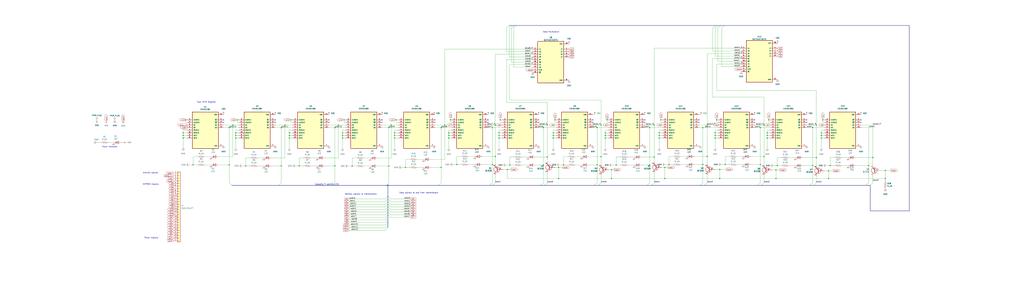
<source format=kicad_sch>
(kicad_sch (version 20211123) (generator eeschema)
  (paper "User" 999.007 279.4)
  (junction (at 486.8394 134.874))
  (junction (at 326.7669 124.714))
  (junction (at 178.6849 129.794))
  (junction (at 586.3549 122.174))
  (junction (at 792.8569 161.798))
  (junction (at 808.3509 166.878))
  (junction (at 685.6689 124.714))
  (junction (at 748.4025 134.874))
  (junction (at 539.75 132.334))
  (junction (at 483.2309 122.174))
  (junction (at 343.5309 162.306))
  (junction (at 430.3989 124.714))
  (junction (at 231.5169 117.094))
  (junction (at 494.9149 165.608))
  (junction (at 749.9265 117.094))
  (junction (at 643.1497 134.874))
  (junction (at 534.0309 153.416))
  (junction (at 445.6389 160.782))
  (junction (at 178.6849 132.334))
  (junction (at 697.6069 134.874))
  (junction (at 178.6849 134.874))
  (junction (at 181.2249 117.094))
  (junction (at 697.6069 132.334))
  (junction (at 437.8391 132.334))
  (junction (at 801.3131 134.874))
  (junction (at 748.4025 129.794))
  (junction (at 549.7789 161.036))
  (junction (at 745.3589 122.174))
  (junction (at 582.5449 161.036))
  (junction (at 685.6689 160.782))
  (junction (at 378.46 181.102))
  (junction (at 439.5429 117.094))
  (junction (at 689.9869 152.908))
  (junction (at 590.5456 134.874))
  (junction (at 792.8569 124.714))
  (junction (at 757.0429 174.498))
  (junction (at 638.1709 122.174))
  (junction (at 335.6569 117.094))
  (junction (at 544.9529 163.576))
  (junction (at 229.9929 134.874))
  (junction (at 697.6069 129.794))
  (junction (at 379.3449 124.714))
  (junction (at 586.3549 153.162))
  (junction (at 223.6429 124.714))
  (junction (at 229.9929 132.334))
  (junction (at 530.2209 161.29))
  (junction (at 689.9869 122.174))
  (junction (at 227.1989 122.174))
  (junction (at 596.5149 165.862))
  (junction (at 239.8989 162.052))
  (junction (at 282.3169 129.794))
  (junction (at 638.1709 153.416))
  (junction (at 223.6429 161.036))
  (junction (at 808.3509 174.498))
  (junction (at 488.0569 117.094))
  (junction (at 702.1789 165.608))
  (junction (at 863.7229 174.498))
  (junction (at 534.0309 122.174))
  (junction (at 330.0689 122.174))
  (junction (at 748.4025 132.334))
  (junction (at 386.4525 117.094))
  (junction (at 381.6309 122.174))
  (junction (at 437.8391 134.874))
  (junction (at 282.3169 132.334))
  (junction (at 229.9929 129.794))
  (junction (at 796.4129 122.174))
  (junction (at 283.8409 117.094))
  (junction (at 274.4429 162.052))
  (junction (at 702.1789 174.498))
  (junction (at 699.1309 117.094))
  (junction (at 188.3369 161.036))
  (junction (at 539.75 129.794))
  (junction (at 334.1329 134.874))
  (junction (at 648.5849 163.576))
  (junction (at 582.5449 124.714))
  (junction (at 483.2309 152.908))
  (junction (at 592.1969 117.094))
  (junction (at 430.3989 163.576))
  (junction (at 758.3129 161.798))
  (junction (at 741.8029 160.782))
  (junction (at 539.75 134.874))
  (junction (at 633.8529 124.714))
  (junction (at 796.4129 153.924))
  (junction (at 745.3589 152.908))
  (junction (at 379.3449 162.306))
  (junction (at 648.5849 174.498))
  (junction (at 384.9285 134.874))
  (junction (at 384.9285 129.794))
  (junction (at 643.1497 132.334))
  (junction (at 596.5149 174.498))
  (junction (at 633.8529 161.29))
  (junction (at 590.5456 129.794))
  (junction (at 291.9689 162.052))
  (junction (at 480.4369 124.714))
  (junction (at 802.7629 117.094))
  (junction (at 334.1329 132.334))
  (junction (at 334.1329 129.794))
  (junction (at 541.3969 117.094))
  (junction (at 741.8029 124.714))
  (junction (at 707.5129 160.782))
  (junction (at 437.8391 129.794))
  (junction (at 274.4429 124.714))
  (junction (at 433.9549 122.174))
  (junction (at 652.6489 160.782))
  (junction (at 809.8749 161.798))
  (junction (at 851.5309 153.924))
  (junction (at 644.7749 117.094))
  (junction (at 847.4669 161.798))
  (junction (at 326.7669 162.052))
  (junction (at 480.4369 160.782))
  (junction (at 384.9285 132.334))
  (junction (at 395.6009 163.576))
  (junction (at 530.2209 124.714))
  (junction (at 277.9989 122.174))
  (junction (at 486.8394 129.794))
  (junction (at 863.7229 166.624))
  (junction (at 801.3131 132.334))
  (junction (at 282.3169 134.874))
  (junction (at 486.8394 132.334))
  (junction (at 544.9529 174.498))
  (junction (at 757.0429 166.116))
  (junction (at 643.1497 129.794))
  (junction (at 590.5456 132.334))
  (junction (at 497.4549 161.29))
  (junction (at 801.3131 129.794))
  (junction (at 601.0869 161.29))
  (no_connect (at 320.9249 119.634))
  (no_connect (at 736.2149 119.634))
  (no_connect (at 578.358 119.634))
  (no_connect (at 424.3029 119.634))
  (no_connect (at 218.0549 117.094))
  (no_connect (at 578.358 117.094))
  (no_connect (at 476.1189 119.634))
  (no_connect (at 268.6009 117.094))
  (no_connect (at 787.0105 119.634))
  (no_connect (at 681.8589 117.094))
  (no_connect (at 372.7409 117.094))
  (no_connect (at 629.1536 117.094))
  (no_connect (at 629.1536 119.634))
  (no_connect (at 839.9211 117.094))
  (no_connect (at 268.6009 119.634))
  (no_connect (at 525.4474 117.094))
  (no_connect (at 424.3029 117.094))
  (no_connect (at 320.9249 117.094))
  (no_connect (at 525.4474 119.634))
  (no_connect (at 787.0105 117.094))
  (no_connect (at 372.7409 119.634))
  (no_connect (at 681.8589 119.634))
  (no_connect (at 736.2149 117.094))
  (no_connect (at 218.0549 119.634))
  (no_connect (at 839.9211 119.634))
  (no_connect (at 476.1189 117.094))
  (bus_entry (at 635.6309 181.102) (size 2.54 -2.54))
  (bus_entry (at 378.46 197.104) (size -2.54 2.54))
  (bus_entry (at 378.46 202.184) (size -2.54 2.54))
  (bus_entry (at 496.6929 24.892) (size -2.54 2.54))
  (bus_entry (at 378.46 217.424) (size -2.54 2.54))
  (bus_entry (at 697.8609 24.892) (size -2.54 2.54))
  (bus_entry (at 583.8149 181.102) (size 2.54 -2.54))
  (bus_entry (at 378.46 209.804) (size -2.54 2.54))
  (bus_entry (at 531.4909 181.102) (size 2.54 -2.54))
  (bus_entry (at 501.5189 24.892) (size -2.54 2.54))
  (bus_entry (at 378.46 191.77) (size 2.54 2.54))
  (bus_entry (at 378.46 197.104) (size 2.54 2.54))
  (bus_entry (at 848.9909 181.102) (size 2.54 -2.54))
  (bus_entry (at 427.8589 181.102) (size 2.54 -2.54))
  (bus_entry (at 631.3129 181.102) (size 2.54 -2.54))
  (bus_entry (at 378.46 212.344) (size -2.54 2.54))
  (bus_entry (at 378.46 194.564) (size -2.54 2.54))
  (bus_entry (at 378.46 199.644) (size 2.54 2.54))
  (bus_entry (at 503.5509 24.892) (size -2.54 2.54))
  (bus_entry (at 378.46 207.264) (size -2.54 2.54))
  (bus_entry (at 378.46 202.184) (size 2.54 2.54))
  (bus_entry (at 378.46 219.964) (size -2.54 2.54))
  (bus_entry (at 683.1289 181.102) (size 2.54 -2.54))
  (bus_entry (at 378.46 204.724) (size 2.54 2.54))
  (bus_entry (at 378.46 194.564) (size 2.54 2.54))
  (bus_entry (at 580.0049 181.102) (size 2.54 -2.54))
  (bus_entry (at 378.46 214.884) (size -2.54 2.54))
  (bus_entry (at 687.4469 181.102) (size 2.54 -2.54))
  (bus_entry (at 742.8189 181.102) (size 2.54 -2.54))
  (bus_entry (at 790.3169 181.102) (size 2.54 -2.54))
  (bus_entry (at 706.4969 24.892) (size -2.54 2.54))
  (bus_entry (at 480.6909 181.102) (size 2.54 -2.54))
  (bus_entry (at 378.46 204.724) (size -2.54 2.54))
  (bus_entry (at 271.9029 181.102) (size 2.54 -2.54))
  (bus_entry (at 499.2329 24.892) (size -2.54 2.54))
  (bus_entry (at 700.1469 24.892) (size -2.54 2.54))
  (bus_entry (at 378.46 209.804) (size 2.54 2.54))
  (bus_entry (at 527.6809 181.102) (size 2.54 -2.54))
  (bus_entry (at 793.8729 181.102) (size 2.54 -2.54))
  (bus_entry (at 378.46 199.644) (size -2.54 2.54))
  (bus_entry (at 739.2629 181.102) (size 2.54 -2.54))
  (bus_entry (at 226.1829 181.102) (size -2.54 -2.54))
  (bus_entry (at 378.46 207.264) (size 2.54 2.54))
  (bus_entry (at 477.8969 181.102) (size 2.54 -2.54))
  (bus_entry (at 844.9269 181.102) (size 2.54 -2.54))
  (bus_entry (at 702.9409 24.892) (size -2.54 2.54))
  (bus_entry (at 378.46 191.77) (size -2.54 2.54))
  (bus_entry (at 324.2269 181.102) (size 2.54 -2.54))
  (bus_entry (at 378.46 222.504) (size -2.54 2.54))
  (bus_entry (at 376.8049 181.102) (size 2.54 -2.54))
  (wire (pts (xy 561.4629 153.162) (xy 567.0509 153.162)))
  (wire (pts (xy 792.8569 161.798) (xy 792.8569 178.562)))
  (wire (pts (xy 496.9469 97.79) (xy 496.9469 63.246)))
  (wire (pts (xy 808.3509 166.878) (xy 808.3509 174.498)))
  (wire (pts (xy 488.0569 119.634) (xy 489.8874 119.634)))
  (bus (pts (xy 742.8189 181.102) (xy 790.3169 181.102)))
  (wire (pts (xy 703.9569 65.024) (xy 723.0069 65.024)))
  (wire (pts (xy 699.1309 62.484) (xy 723.0069 62.484)))
  (wire (pts (xy 239.8989 162.052) (xy 236.0889 162.052)))
  (wire (pts (xy 847.4669 161.798) (xy 847.4669 178.562)))
  (bus (pts (xy 531.4909 181.102) (xy 580.0049 181.102)))
  (wire (pts (xy 629.1536 124.714) (xy 633.8529 124.714)))
  (wire (pts (xy 700.6549 132.334) (xy 697.6069 132.334)))
  (wire (pts (xy 437.8391 132.334) (xy 437.8391 134.874)))
  (wire (pts (xy 488.8189 122.174) (xy 489.8874 122.174)))
  (bus (pts (xy 580.0049 181.102) (xy 583.8149 181.102)))
  (bus (pts (xy 790.3169 181.102) (xy 793.8729 181.102)))
  (wire (pts (xy 809.8749 153.924) (xy 809.8749 161.798)))
  (wire (pts (xy 586.3549 97.79) (xy 496.9469 97.79)))
  (wire (pts (xy 534.0309 122.174) (xy 534.0309 100.33)))
  (wire (pts (xy 596.5149 165.862) (xy 596.5149 174.498)))
  (wire (pts (xy 638.1709 178.562) (xy 638.1709 168.656)))
  (wire (pts (xy 802.7629 115.316) (xy 802.7629 117.094)))
  (wire (pts (xy 796.4129 171.958) (xy 796.4129 178.562)))
  (wire (pts (xy 593.5936 134.874) (xy 590.5456 134.874)))
  (wire (pts (xy 200.0209 153.162) (xy 205.6089 153.162)))
  (wire (pts (xy 593.5936 129.794) (xy 590.5456 129.794)))
  (wire (pts (xy 745.3589 94.996) (xy 695.0669 94.996)))
  (wire (pts (xy 748.4025 129.794) (xy 748.4025 132.334)))
  (wire (pts (xy 625.9789 153.416) (xy 638.1709 153.416)))
  (wire (pts (xy 368.4229 154.432) (xy 381.6309 154.432)))
  (wire (pts (xy 347.5949 154.432) (xy 343.5309 154.432)))
  (bus (pts (xy 226.1829 181.102) (xy 271.9029 181.102)))
  (wire (pts (xy 741.8029 124.714) (xy 751.4505 124.714)))
  (wire (pts (xy 440.5589 132.334) (xy 437.8391 132.334)))
  (bus (pts (xy 631.3129 181.102) (xy 635.6309 181.102)))
  (wire (pts (xy 792.8569 124.714) (xy 804.3611 124.714)))
  (wire (pts (xy 285.3649 127.254) (xy 282.3169 127.254)))
  (wire (pts (xy 243.9629 162.052) (xy 239.8989 162.052)))
  (wire (pts (xy 643.1497 134.874) (xy 643.1497 145.034)))
  (wire (pts (xy 745.3589 94.996) (xy 745.3589 122.174)))
  (bus (pts (xy 271.9029 181.102) (xy 324.2269 181.102)))
  (wire (pts (xy 470.5309 152.908) (xy 483.2309 152.908)))
  (wire (pts (xy 395.6009 163.576) (xy 391.7909 163.576)))
  (wire (pts (xy 758.3129 161.798) (xy 754.5029 161.798)))
  (wire (pts (xy 787.0105 122.174) (xy 796.4129 122.174)))
  (wire (pts (xy 483.2309 122.174) (xy 483.2309 53.086)))
  (wire (pts (xy 381 204.724) (xy 400.05 204.724)))
  (wire (pts (xy 760.8529 166.116) (xy 757.0429 166.116)))
  (wire (pts (xy 437.8391 127.254) (xy 437.8391 129.794)))
  (wire (pts (xy 340.868 222.504) (xy 375.92 222.504)))
  (wire (pts (xy 334.1329 127.254) (xy 334.1329 129.794)))
  (bus (pts (xy 702.9409 24.892) (xy 706.4969 24.892)))
  (wire (pts (xy 494.1529 50.546) (xy 519.5529 50.546)))
  (wire (pts (xy 839.9211 124.714) (xy 847.4669 124.714)))
  (wire (pts (xy 486.8394 129.794) (xy 486.8394 132.334)))
  (wire (pts (xy 257.1709 162.052) (xy 251.5829 162.052)))
  (wire (pts (xy 689.9869 122.174) (xy 689.9869 152.908)))
  (wire (pts (xy 388.7429 127.254) (xy 384.9285 127.254)))
  (wire (pts (xy 801.3131 129.794) (xy 801.3131 132.334)))
  (wire (pts (xy 648.5849 163.576) (xy 648.5849 174.498)))
  (bus (pts (xy 477.8969 181.102) (xy 480.6909 181.102)))
  (wire (pts (xy 277.9989 122.174) (xy 277.9989 154.178)))
  (bus (pts (xy 378.46 217.424) (xy 378.46 219.964)))
  (wire (pts (xy 851.5309 122.174) (xy 851.5309 153.924)))
  (wire (pts (xy 593.5936 127.254) (xy 590.5456 127.254)))
  (wire (pts (xy 574.6709 153.162) (xy 586.3549 153.162)))
  (wire (pts (xy 180.4629 117.094) (xy 181.2249 117.094)))
  (wire (pts (xy 379.3449 124.714) (xy 388.7429 124.714)))
  (wire (pts (xy 320.9249 122.174) (xy 330.0689 122.174)))
  (wire (pts (xy 480.4369 124.714) (xy 489.8874 124.714)))
  (wire (pts (xy 372.7409 124.714) (xy 379.3449 124.714)))
  (wire (pts (xy 476.1189 124.714) (xy 480.4369 124.714)))
  (wire (pts (xy 813.9389 153.924) (xy 809.8749 153.924)))
  (wire (pts (xy 863.7229 166.624) (xy 863.7229 174.498)))
  (wire (pts (xy 501.5189 161.29) (xy 497.4549 161.29)))
  (wire (pts (xy 412.8729 163.576) (xy 407.2849 163.576)))
  (wire (pts (xy 745.3589 122.174) (xy 745.3589 152.908)))
  (wire (pts (xy 596.5149 174.498) (xy 648.5849 174.498)))
  (wire (pts (xy 231.5169 117.094) (xy 233.0409 117.094)))
  (wire (pts (xy 372.7409 122.174) (xy 381.6309 122.174)))
  (wire (pts (xy 736.2149 122.174) (xy 745.3589 122.174)))
  (wire (pts (xy 379.3449 162.306) (xy 379.3449 178.562)))
  (wire (pts (xy 188.3369 161.036) (xy 184.5269 161.036)))
  (wire (pts (xy 783.2049 161.798) (xy 792.8569 161.798)))
  (wire (pts (xy 264.7909 154.178) (xy 277.9989 154.178)))
  (wire (pts (xy 347.5949 162.306) (xy 343.5309 162.306)))
  (wire (pts (xy 534.0309 100.33) (xy 494.1529 100.33)))
  (wire (pts (xy 205.6089 161.036) (xy 200.0209 161.036)))
  (bus (pts (xy 706.4969 24.892) (xy 887.0909 24.892)))
  (wire (pts (xy 711.5769 160.782) (xy 707.5129 160.782)))
  (wire (pts (xy 334.1329 117.094) (xy 335.6569 117.094)))
  (bus (pts (xy 378.46 204.724) (xy 378.46 207.264)))
  (wire (pts (xy 697.6069 127.254) (xy 697.6069 129.794)))
  (wire (pts (xy 296.0329 162.052) (xy 291.9689 162.052)))
  (wire (pts (xy 578.358 124.714) (xy 582.5449 124.714)))
  (wire (pts (xy 695.0669 57.404) (xy 723.0069 57.404)))
  (bus (pts (xy 499.2329 24.892) (xy 501.5189 24.892)))
  (wire (pts (xy 483.2309 122.174) (xy 483.2309 152.908)))
  (wire (pts (xy 368.4229 162.306) (xy 379.3449 162.306)))
  (wire (pts (xy 541.1429 122.174) (xy 542.798 122.174)))
  (wire (pts (xy 699.1309 117.094) (xy 700.6549 117.094)))
  (wire (pts (xy 229.9929 117.094) (xy 231.5169 117.094)))
  (wire (pts (xy 801.3131 127.254) (xy 801.3131 129.794)))
  (wire (pts (xy 449.7029 152.908) (xy 445.6389 152.908)))
  (wire (pts (xy 229.9929 134.874) (xy 229.9929 145.034)))
  (wire (pts (xy 685.6689 160.782) (xy 685.6689 178.562)))
  (bus (pts (xy 527.6809 181.102) (xy 531.4909 181.102)))
  (wire (pts (xy 268.6009 122.174) (xy 277.9989 122.174)))
  (wire (pts (xy 182.4949 127.254) (xy 178.6849 127.254)))
  (wire (pts (xy 749.9309 115.316) (xy 749.9265 117.094)))
  (wire (pts (xy 227.1989 122.174) (xy 233.0409 122.174)))
  (wire (pts (xy 651.6329 163.576) (xy 648.5849 163.576)))
  (wire (pts (xy 590.5456 134.874) (xy 590.5456 145.034)))
  (wire (pts (xy 605.1509 161.29) (xy 601.0869 161.29)))
  (bus (pts (xy 635.6309 181.102) (xy 683.1289 181.102)))
  (wire (pts (xy 808.3509 166.878) (xy 812.9229 166.878)))
  (wire (pts (xy 697.6069 54.864) (xy 723.0069 54.864)))
  (wire (pts (xy 804.3611 129.794) (xy 801.3131 129.794)))
  (wire (pts (xy 340.868 209.804) (xy 375.92 209.804)))
  (wire (pts (xy 582.5449 161.036) (xy 582.5449 178.562)))
  (wire (pts (xy 430.3989 163.576) (xy 430.3989 178.562)))
  (bus (pts (xy 844.9269 181.102) (xy 848.9909 181.102)))
  (wire (pts (xy 648.5849 174.498) (xy 702.1789 174.498)))
  (wire (pts (xy 697.6069 132.334) (xy 697.6069 134.874)))
  (wire (pts (xy 638.1709 122.174) (xy 638.1709 153.416)))
  (bus (pts (xy 697.8609 24.892) (xy 700.1469 24.892)))
  (wire (pts (xy 229.9929 127.254) (xy 229.9929 129.794)))
  (wire (pts (xy 227.1989 122.174) (xy 227.1989 153.162)))
  (wire (pts (xy 741.8029 124.714) (xy 741.8029 160.782)))
  (bus (pts (xy 378.46 202.184) (xy 378.46 204.724)))
  (wire (pts (xy 732.4049 160.782) (xy 741.8029 160.782)))
  (wire (pts (xy 501.0109 65.786) (xy 501.0109 27.432)))
  (wire (pts (xy 291.9689 154.178) (xy 291.9689 162.052)))
  (wire (pts (xy 334.1329 132.334) (xy 334.1329 134.874)))
  (wire (pts (xy 648.5849 163.576) (xy 645.7909 163.576)))
  (wire (pts (xy 689.9869 170.688) (xy 689.9869 178.562)))
  (wire (pts (xy 783.2049 153.924) (xy 796.4129 153.924)))
  (wire (pts (xy 399.6649 155.702) (xy 395.6009 155.702)))
  (wire (pts (xy 229.9929 129.794) (xy 229.9929 132.334)))
  (wire (pts (xy 525.4474 122.174) (xy 534.0309 122.174)))
  (wire (pts (xy 360.8029 162.306) (xy 355.2149 162.306)))
  (wire (pts (xy 593.5936 132.334) (xy 590.5456 132.334)))
  (wire (pts (xy 420.4929 163.576) (xy 430.3989 163.576)))
  (wire (pts (xy 677.5409 160.782) (xy 685.6689 160.782)))
  (wire (pts (xy 303.6529 154.178) (xy 309.2409 154.178)))
  (wire (pts (xy 316.8609 154.178) (xy 330.0689 154.178)))
  (wire (pts (xy 644.7749 115.062) (xy 644.7749 117.094)))
  (wire (pts (xy 268.6009 124.714) (xy 274.4429 124.714)))
  (wire (pts (xy 638.1709 47.244) (xy 723.0069 47.244)))
  (wire (pts (xy 629.1536 122.174) (xy 638.1709 122.174)))
  (wire (pts (xy 178.6849 127.254) (xy 178.6849 129.794)))
  (wire (pts (xy 330.0689 122.174) (xy 337.1809 122.174)))
  (wire (pts (xy 542.798 134.874) (xy 539.75 134.874)))
  (wire (pts (xy 801.3131 132.334) (xy 801.3131 134.874)))
  (wire (pts (xy 223.6429 124.714) (xy 233.0409 124.714)))
  (wire (pts (xy 549.7789 153.162) (xy 549.7789 161.036)))
  (wire (pts (xy 748.4025 132.334) (xy 748.4025 134.874)))
  (wire (pts (xy 239.8989 154.178) (xy 239.8989 162.052)))
  (wire (pts (xy 601.0869 161.29) (xy 597.2769 161.29)))
  (wire (pts (xy 490.8509 165.608) (xy 494.9149 165.608)))
  (wire (pts (xy 381 212.344) (xy 400.05 212.344)))
  (wire (pts (xy 542.798 127.254) (xy 539.75 127.254)))
  (wire (pts (xy 343.5309 162.306) (xy 339.7209 162.306)))
  (wire (pts (xy 699.1309 119.634) (xy 699.1309 117.094)))
  (wire (pts (xy 395.6009 155.702) (xy 395.6009 163.576)))
  (wire (pts (xy 480.4369 160.782) (xy 480.4369 178.562)))
  (wire (pts (xy 834.7669 153.924) (xy 851.5309 153.924)))
  (wire (pts (xy 681.8589 122.174) (xy 689.9869 122.174)))
  (wire (pts (xy 700.4009 27.432) (xy 700.4009 59.944)))
  (wire (pts (xy 596.5149 165.862) (xy 593.9749 165.862)))
  (wire (pts (xy 334.1329 129.794) (xy 334.1329 132.334)))
  (wire (pts (xy 745.3589 152.908) (xy 745.3589 161.036)))
  (wire (pts (xy 316.8609 162.052) (xy 326.7669 162.052)))
  (wire (pts (xy 530.2209 161.29) (xy 530.2209 178.562)))
  (wire (pts (xy 340.868 204.724) (xy 375.92 204.724)))
  (wire (pts (xy 847.4669 124.714) (xy 847.4669 161.798)))
  (wire (pts (xy 489.8874 134.874) (xy 486.8394 134.874)))
  (wire (pts (xy 340.868 212.344) (xy 375.92 212.344)))
  (wire (pts (xy 470.5309 160.782) (xy 480.4369 160.782)))
  (wire (pts (xy 612.7709 153.416) (xy 618.3589 153.416)))
  (wire (pts (xy 804.0329 166.878) (xy 808.3509 166.878)))
  (bus (pts (xy 378.46 219.964) (xy 378.46 222.504)))
  (bus (pts (xy 378.46 207.264) (xy 378.46 209.804)))
  (wire (pts (xy 399.6649 163.576) (xy 395.6009 163.576)))
  (wire (pts (xy 501.0109 65.786) (xy 519.5529 65.786)))
  (wire (pts (xy 326.7669 162.052) (xy 326.7669 178.562)))
  (wire (pts (xy 437.8391 134.874) (xy 437.8391 145.034)))
  (wire (pts (xy 796.4129 153.924) (xy 796.4129 161.798)))
  (bus (pts (xy 687.4469 181.102) (xy 739.2629 181.102)))
  (wire (pts (xy 285.3649 119.634) (xy 283.8409 119.634)))
  (wire (pts (xy 494.1529 27.432) (xy 494.1529 50.546)))
  (wire (pts (xy 340.868 199.644) (xy 375.92 199.644)))
  (wire (pts (xy 787.0105 124.714) (xy 792.8569 124.714)))
  (wire (pts (xy 337.1809 132.334) (xy 334.1329 132.334)))
  (wire (pts (xy 181.2249 117.094) (xy 182.4949 117.094)))
  (wire (pts (xy 757.0429 166.116) (xy 752.9789 166.116)))
  (wire (pts (xy 593.5936 119.634) (xy 592.1969 119.634)))
  (wire (pts (xy 578.358 122.174) (xy 586.3549 122.174)))
  (wire (pts (xy 233.0409 129.794) (xy 229.9929 129.794)))
  (wire (pts (xy 282.3169 129.794) (xy 282.3169 132.334)))
  (wire (pts (xy 633.8529 124.714) (xy 646.2989 124.714)))
  (wire (pts (xy 483.2309 152.908) (xy 483.2309 160.528)))
  (wire (pts (xy 697.6069 129.794) (xy 697.6069 132.334)))
  (wire (pts (xy 496.6929 55.626) (xy 519.5529 55.626)))
  (wire (pts (xy 229.9929 132.334) (xy 229.9929 134.874)))
  (wire (pts (xy 695.3209 49.784) (xy 723.0069 49.784)))
  (wire (pts (xy 494.9149 165.608) (xy 498.4709 165.608)))
  (wire (pts (xy 182.4949 134.874) (xy 178.6849 134.874)))
  (wire (pts (xy 851.5309 171.704) (xy 851.5309 178.562)))
  (wire (pts (xy 707.5129 160.782) (xy 703.7029 160.782)))
  (wire (pts (xy 192.4009 153.162) (xy 188.3369 153.162)))
  (wire (pts (xy 420.4929 155.702) (xy 433.9549 155.702)))
  (wire (pts (xy 681.8589 124.714) (xy 685.6689 124.714)))
  (wire (pts (xy 486.8394 132.334) (xy 486.8394 134.874)))
  (wire (pts (xy 586.3549 122.174) (xy 586.3549 153.162)))
  (wire (pts (xy 384.9285 117.094) (xy 386.4525 117.094)))
  (bus (pts (xy 378.46 181.102) (xy 378.46 191.77)))
  (wire (pts (xy 340.868 225.044) (xy 375.92 225.044)))
  (wire (pts (xy 592.1969 117.094) (xy 593.5936 117.094)))
  (wire (pts (xy 384.9285 132.334) (xy 384.9285 134.874)))
  (wire (pts (xy 337.1809 129.794) (xy 334.1329 129.794)))
  (wire (pts (xy 330.0689 154.178) (xy 330.0689 122.174)))
  (wire (pts (xy 748.4025 127.254) (xy 748.4025 129.794)))
  (wire (pts (xy 433.9549 155.702) (xy 433.9549 122.174)))
  (wire (pts (xy 748.4025 134.874) (xy 748.4025 145.034)))
  (wire (pts (xy 638.1709 153.416) (xy 638.1709 158.496)))
  (wire (pts (xy 440.5589 129.794) (xy 437.8391 129.794)))
  (wire (pts (xy 337.1809 119.634) (xy 335.6569 119.634)))
  (wire (pts (xy 192.4009 161.036) (xy 188.3369 161.036)))
  (wire (pts (xy 745.3589 171.196) (xy 745.3589 178.562)))
  (bus (pts (xy 427.8589 181.102) (xy 477.8969 181.102)))
  (wire (pts (xy 802.7629 117.094) (xy 802.7629 119.634)))
  (wire (pts (xy 769.9969 153.924) (xy 775.5849 153.924)))
  (wire (pts (xy 700.6549 129.794) (xy 697.6069 129.794)))
  (wire (pts (xy 340.868 219.964) (xy 375.92 219.964)))
  (wire (pts (xy 539.75 127.254) (xy 539.75 129.794)))
  (wire (pts (xy 494.9149 165.608) (xy 494.9149 174.498)))
  (wire (pts (xy 285.3649 129.794) (xy 282.3169 129.794)))
  (wire (pts (xy 804.3611 134.874) (xy 801.3131 134.874)))
  (wire (pts (xy 802.7629 119.634) (xy 804.3611 119.634)))
  (bus (pts (xy 887.0909 205.994) (xy 887.0909 24.892)))
  (wire (pts (xy 618.3589 161.29) (xy 612.7709 161.29)))
  (wire (pts (xy 326.7669 124.714) (xy 337.1809 124.714)))
  (wire (pts (xy 251.5829 154.178) (xy 257.1709 154.178)))
  (wire (pts (xy 337.1809 134.874) (xy 334.1329 134.874)))
  (wire (pts (xy 719.1969 152.908) (xy 724.7849 152.908)))
  (wire (pts (xy 488.0569 115.062) (xy 488.0569 117.094)))
  (wire (pts (xy 544.9529 163.576) (xy 541.6509 163.576)))
  (wire (pts (xy 804.3611 127.254) (xy 801.3131 127.254)))
  (wire (pts (xy 646.2989 119.634) (xy 644.7749 119.634)))
  (wire (pts (xy 724.7849 160.782) (xy 719.1969 160.782)))
  (bus (pts (xy 739.2629 181.102) (xy 742.8189 181.102)))
  (wire (pts (xy 644.7749 117.094) (xy 646.2989 117.094)))
  (wire (pts (xy 697.6069 27.432) (xy 697.6069 54.864)))
  (wire (pts (xy 437.8391 129.794) (xy 437.8391 132.334)))
  (wire (pts (xy 590.5456 127.254) (xy 590.5456 129.794)))
  (wire (pts (xy 285.3649 132.334) (xy 282.3169 132.334)))
  (wire (pts (xy 483.2309 53.086) (xy 519.5529 53.086)))
  (wire (pts (xy 223.6429 161.036) (xy 223.6429 178.562)))
  (wire (pts (xy 496.9469 63.246) (xy 519.5529 63.246)))
  (bus (pts (xy 324.2269 181.102) (xy 376.8049 181.102)))
  (wire (pts (xy 549.0169 163.576) (xy 544.9529 163.576)))
  (wire (pts (xy 497.4549 153.416) (xy 497.4549 161.29)))
  (wire (pts (xy 702.1789 174.498) (xy 757.0429 174.498)))
  (wire (pts (xy 282.3169 127.254) (xy 282.3169 129.794)))
  (wire (pts (xy 283.8409 117.094) (xy 285.3649 117.094)))
  (wire (pts (xy 282.3169 132.334) (xy 282.3169 134.874)))
  (wire (pts (xy 700.4009 59.944) (xy 723.0069 59.944)))
  (wire (pts (xy 439.5429 115.062) (xy 439.5429 117.094)))
  (wire (pts (xy 335.6569 119.634) (xy 335.6569 117.094)))
  (wire (pts (xy 762.3769 161.798) (xy 758.3129 161.798)))
  (wire (pts (xy 751.4505 129.794) (xy 748.4025 129.794)))
  (bus (pts (xy 496.6929 24.892) (xy 499.2329 24.892)))
  (wire (pts (xy 430.3989 124.714) (xy 430.3989 163.576)))
  (bus (pts (xy 501.5189 24.892) (xy 503.5509 24.892)))
  (wire (pts (xy 430.3989 124.714) (xy 440.5589 124.714)))
  (wire (pts (xy 340.868 207.264) (xy 375.92 207.264)))
  (wire (pts (xy 711.5769 152.908) (xy 707.5129 152.908)))
  (bus (pts (xy 583.8149 181.102) (xy 631.3129 181.102)))
  (wire (pts (xy 522.3469 153.416) (xy 534.0309 153.416)))
  (wire (pts (xy 681.8589 142.494) (xy 683.1289 142.494)))
  (wire (pts (xy 218.0549 124.714) (xy 223.6429 124.714)))
  (wire (pts (xy 802.7629 117.094) (xy 804.3611 117.094)))
  (wire (pts (xy 638.1709 47.244) (xy 638.1709 122.174)))
  (wire (pts (xy 335.6569 117.094) (xy 337.1809 117.094)))
  (wire (pts (xy 496.6929 27.432) (xy 496.6929 55.626)))
  (wire (pts (xy 685.6689 124.714) (xy 700.6549 124.714)))
  (wire (pts (xy 486.8394 134.874) (xy 486.8394 145.034)))
  (wire (pts (xy 494.9149 174.498) (xy 544.9529 174.498)))
  (wire (pts (xy 633.8529 161.29) (xy 633.8529 178.562)))
  (wire (pts (xy 476.1189 112.014) (xy 476.4471 112.014)))
  (wire (pts (xy 689.9869 52.324) (xy 723.0069 52.324)))
  (wire (pts (xy 534.0309 153.416) (xy 534.0309 122.174)))
  (wire (pts (xy 494.1529 58.166) (xy 519.5529 58.166)))
  (wire (pts (xy 574.6709 161.036) (xy 582.5449 161.036)))
  (wire (pts (xy 178.6849 134.874) (xy 178.6849 144.526)))
  (wire (pts (xy 827.1469 161.798) (xy 821.5589 161.798)))
  (wire (pts (xy 514.7269 161.29) (xy 509.1389 161.29)))
  (wire (pts (xy 440.5589 134.874) (xy 437.8391 134.874)))
  (wire (pts (xy 542.798 129.794) (xy 539.75 129.794)))
  (wire (pts (xy 274.4429 124.714) (xy 285.3649 124.714)))
  (bus (pts (xy 378.46 197.104) (xy 378.46 199.644)))
  (wire (pts (xy 699.1309 115.316) (xy 699.1309 117.094)))
  (wire (pts (xy 708.5289 165.608) (xy 702.1789 165.608)))
  (bus (pts (xy 378.46 194.564) (xy 378.46 197.104)))
  (wire (pts (xy 522.3469 161.29) (xy 530.2209 161.29)))
  (wire (pts (xy 586.3549 122.174) (xy 586.3549 97.79)))
  (bus (pts (xy 378.46 199.644) (xy 378.46 202.184)))
  (bus (pts (xy 378.46 191.77) (xy 378.46 194.564)))
  (wire (pts (xy 539.75 129.794) (xy 539.75 132.334)))
  (wire (pts (xy 282.3169 117.094) (xy 283.8409 117.094)))
  (wire (pts (xy 274.4429 124.714) (xy 274.4429 162.052)))
  (bus (pts (xy 378.46 212.344) (xy 378.46 214.884)))
  (wire (pts (xy 264.7909 162.052) (xy 274.4429 162.052)))
  (wire (pts (xy 652.6489 152.908) (xy 652.6489 160.782)))
  (wire (pts (xy 541.3969 119.634) (xy 541.3969 117.094)))
  (wire (pts (xy 703.9569 27.432) (xy 703.9569 65.024)))
  (wire (pts (xy 803.5249 122.174) (xy 804.3611 122.174)))
  (wire (pts (xy 643.1497 127.254) (xy 643.1497 129.794)))
  (wire (pts (xy 282.3169 134.874) (xy 282.3169 145.034)))
  (wire (pts (xy 445.6389 160.782) (xy 441.8289 160.782)))
  (wire (pts (xy 384.9285 134.874) (xy 384.9285 145.034)))
  (wire (pts (xy 337.1809 127.254) (xy 334.1329 127.254)))
  (wire (pts (xy 863.7229 166.624) (xy 869.0569 166.624)))
  (wire (pts (xy 439.5429 119.634) (xy 439.5429 117.094)))
  (wire (pts (xy 188.3369 153.162) (xy 188.3369 161.036)))
  (wire (pts (xy 580.2589 112.014) (xy 578.358 112.014)))
  (bus (pts (xy 683.1289 181.102) (xy 687.4469 181.102)))
  (wire (pts (xy 233.0409 132.334) (xy 229.9929 132.334)))
  (wire (pts (xy 625.9789 161.29) (xy 633.8529 161.29)))
  (wire (pts (xy 424.3029 112.014) (xy 423.5365 112.014)))
  (wire (pts (xy 643.1497 132.334) (xy 643.1497 134.874)))
  (wire (pts (xy 340.868 217.424) (xy 375.92 217.424)))
  (wire (pts (xy 457.3229 152.908) (xy 462.9109 152.908)))
  (wire (pts (xy 509.1389 153.416) (xy 514.7269 153.416)))
  (wire (pts (xy 582.5449 124.714) (xy 582.5449 161.036)))
  (wire (pts (xy 553.8429 161.036) (xy 549.7789 161.036)))
  (wire (pts (xy 669.9209 160.782) (xy 664.3329 160.782)))
  (wire (pts (xy 813.9389 161.798) (xy 809.8749 161.798)))
  (wire (pts (xy 274.4429 162.052) (xy 274.4429 178.562)))
  (wire (pts (xy 178.6849 132.334) (xy 178.6849 134.874)))
  (wire (pts (xy 480.4369 124.714) (xy 480.4369 160.782)))
  (wire (pts (xy 792.8569 124.714) (xy 792.8569 161.798)))
  (wire (pts (xy 407.2849 155.702) (xy 412.8729 155.702)))
  (wire (pts (xy 633.8529 124.714) (xy 633.8529 161.29)))
  (wire (pts (xy 821.5589 153.924) (xy 827.1469 153.924)))
  (wire (pts (xy 664.3329 152.908) (xy 669.9209 152.908)))
  (wire (pts (xy 801.3131 134.874) (xy 801.3131 145.034)))
  (bus (pts (xy 378.46 214.884) (xy 378.46 217.424)))
  (wire (pts (xy 449.7029 160.782) (xy 445.6389 160.782)))
  (wire (pts (xy 599.0549 165.862) (xy 596.5149 165.862)))
  (wire (pts (xy 489.8874 132.334) (xy 486.8394 132.334)))
  (wire (pts (xy 796.4129 88.392) (xy 796.4129 122.174)))
  (wire (pts (xy 601.0869 153.416) (xy 601.0869 161.29)))
  (wire (pts (xy 233.0409 127.254) (xy 229.9929 127.254)))
  (wire (pts (xy 213.2289 161.036) (xy 223.6429 161.036)))
  (wire (pts (xy 757.0429 174.498) (xy 808.3509 174.498)))
  (wire (pts (xy 839.9211 122.174) (xy 851.5309 122.174)))
  (wire (pts (xy 424.3029 142.494) (xy 423.5365 142.494)))
  (wire (pts (xy 494.1529 100.33) (xy 494.1529 58.166)))
  (wire (pts (xy 501.5189 153.416) (xy 497.4549 153.416)))
  (wire (pts (xy 567.0509 161.036) (xy 561.4629 161.036)))
  (wire (pts (xy 296.0329 154.178) (xy 291.9689 154.178)))
  (wire (pts (xy 646.2989 134.874) (xy 643.1497 134.874)))
  (wire (pts (xy 381 202.184) (xy 400.05 202.184)))
  (wire (pts (xy 859.1509 166.624) (xy 863.7229 166.624)))
  (wire (pts (xy 644.7749 119.634) (xy 644.7749 117.094)))
  (wire (pts (xy 736.2149 124.714) (xy 741.8029 124.714)))
  (wire (pts (xy 539.75 134.874) (xy 539.75 145.034)))
  (wire (pts (xy 440.5589 119.634) (xy 439.5429 119.634)))
  (wire (pts (xy 749.9265 119.634) (xy 749.9265 117.094)))
  (wire (pts (xy 702.1789 165.608) (xy 697.6069 165.608)))
  (wire (pts (xy 699.1309 88.392) (xy 699.1309 62.484)))
  (wire (pts (xy 498.9789 27.432) (xy 498.9789 60.706)))
  (bus (pts (xy 480.6909 181.102) (xy 527.6809 181.102)))
  (wire (pts (xy 652.6489 160.782) (xy 648.8389 160.782)))
  (wire (pts (xy 381 194.31) (xy 400.05 194.31)))
  (wire (pts (xy 381 207.264) (xy 400.05 207.264)))
  (wire (pts (xy 762.3769 153.924) (xy 758.3129 153.924)))
  (wire (pts (xy 285.3649 134.874) (xy 282.3169 134.874)))
  (wire (pts (xy 741.8029 160.782) (xy 741.8029 178.562)))
  (wire (pts (xy 343.5309 154.432) (xy 343.5309 162.306)))
  (wire (pts (xy 796.4129 88.392) (xy 699.1309 88.392)))
  (wire (pts (xy 178.6849 129.794) (xy 178.6849 132.334)))
  (wire (pts (xy 233.0409 119.634) (xy 231.5169 119.634)))
  (wire (pts (xy 681.8589 112.014) (xy 683.8909 112.014)))
  (wire (pts (xy 525.4474 124.714) (xy 530.2209 124.714)))
  (wire (pts (xy 381 209.804) (xy 400.05 209.804)))
  (bus (pts (xy 376.8049 181.102) (xy 378.46 181.102)))
  (wire (pts (xy 486.8394 127.254) (xy 486.8394 129.794)))
  (wire (pts (xy 758.3129 153.924) (xy 758.3129 161.798)))
  (wire (pts (xy 685.6689 124.714) (xy 685.6689 160.782)))
  (wire (pts (xy 445.6389 152.908) (xy 445.6389 160.782)))
  (wire (pts (xy 646.2989 129.794) (xy 643.1497 129.794)))
  (wire (pts (xy 542.798 119.634) (xy 541.3969 119.634)))
  (wire (pts (xy 809.8749 161.798) (xy 806.0649 161.798)))
  (wire (pts (xy 340.868 202.184) (xy 375.92 202.184)))
  (wire (pts (xy 386.4525 119.634) (xy 386.4525 117.094)))
  (wire (pts (xy 424.3029 124.714) (xy 430.3989 124.714)))
  (wire (pts (xy 751.4505 119.634) (xy 749.9265 119.634)))
  (wire (pts (xy 433.9549 48.006) (xy 519.5529 48.006)))
  (wire (pts (xy 707.5129 152.908) (xy 707.5129 160.782)))
  (wire (pts (xy 381 199.644) (xy 400.05 199.644)))
  (wire (pts (xy 381 197.104) (xy 400.05 197.104)))
  (wire (pts (xy 340.868 197.104) (xy 375.92 197.104)))
  (wire (pts (xy 549.7789 161.036) (xy 545.9689 161.036)))
  (wire (pts (xy 291.9689 162.052) (xy 288.1589 162.052)))
  (wire (pts (xy 582.5449 124.714) (xy 593.5936 124.714)))
  (wire (pts (xy 656.7129 152.908) (xy 652.6489 152.908)))
  (wire (pts (xy 488.0569 117.094) (xy 489.8874 117.094)))
  (bus (pts (xy 503.5509 24.892) (xy 697.8609 24.892)))
  (wire (pts (xy 689.9869 122.174) (xy 689.9869 52.324)))
  (wire (pts (xy 695.0669 94.996) (xy 695.0669 57.404)))
  (wire (pts (xy 388.7429 129.794) (xy 384.9285 129.794)))
  (wire (pts (xy 541.3969 117.094) (xy 542.798 117.094)))
  (bus (pts (xy 378.46 181.102) (xy 427.8589 181.102)))
  (wire (pts (xy 530.2209 124.714) (xy 542.798 124.714)))
  (wire (pts (xy 375.92 214.884) (xy 340.868 214.884)))
  (wire (pts (xy 751.4505 127.254) (xy 748.4025 127.254)))
  (wire (pts (xy 483.2309 170.688) (xy 483.2309 178.562)))
  (wire (pts (xy 497.4549 161.29) (xy 493.6449 161.29)))
  (wire (pts (xy 539.75 132.334) (xy 539.75 134.874)))
  (wire (pts (xy 375.92 194.31) (xy 340.868 194.564)))
  (wire (pts (xy 863.7229 176.784) (xy 863.7229 174.498)))
  (wire (pts (xy 534.0309 158.496) (xy 534.0309 153.416)))
  (wire (pts (xy 646.2989 127.254) (xy 643.1497 127.254)))
  (wire (pts (xy 656.7129 160.782) (xy 652.6489 160.782)))
  (wire (pts (xy 700.6549 119.634) (xy 699.1309 119.634)))
  (wire (pts (xy 462.9109 160.782) (xy 457.3229 160.782)))
  (wire (pts (xy 804.3611 132.334) (xy 801.3131 132.334)))
  (wire (pts (xy 530.2209 124.714) (xy 530.2209 161.29)))
  (wire (pts (xy 749.9265 117.094) (xy 751.4505 117.094)))
  (wire (pts (xy 592.1969 116.078) (xy 592.1969 117.094)))
  (wire (pts (xy 223.6429 124.714) (xy 223.6429 161.036)))
  (wire (pts (xy 643.1497 129.794) (xy 643.1497 132.334)))
  (wire (pts (xy 700.6549 127.254) (xy 697.6069 127.254)))
  (wire (pts (xy 695.3209 27.432) (xy 695.3209 49.784)))
  (wire (pts (xy 808.3509 174.498) (xy 863.7229 174.498)))
  (wire (pts (xy 381.6309 154.432) (xy 381.6309 122.174)))
  (wire (pts (xy 586.3549 178.562) (xy 586.3549 170.942)))
  (bus (pts (xy 700.1469 24.892) (xy 702.9409 24.892)))
  (wire (pts (xy 702.1789 165.608) (xy 702.1789 174.498)))
  (wire (pts (xy 309.2409 162.052) (xy 303.6529 162.052)))
  (wire (pts (xy 751.4505 132.334) (xy 748.4025 132.334)))
  (wire (pts (xy 182.4949 132.334) (xy 178.6849 132.334)))
  (wire (pts (xy 605.1509 153.416) (xy 601.0869 153.416)))
  (wire (pts (xy 384.9285 127.254) (xy 384.9285 129.794)))
  (wire (pts (xy 384.9285 129.794) (xy 384.9285 132.334)))
  (bus (pts (xy 848.9909 205.994) (xy 887.0909 205.994)))
  (wire (pts (xy 677.5409 152.908) (xy 689.9869 152.908)))
  (wire (pts (xy 851.5309 153.924) (xy 851.5309 161.544)))
  (wire (pts (xy 283.8409 119.634) (xy 283.8409 117.094)))
  (wire (pts (xy 231.5169 119.634) (xy 231.5169 117.094)))
  (bus (pts (xy 848.9909 181.102) (xy 848.9909 205.994)))
  (wire (pts (xy 105.7869 139.192) (xy 110.6129 139.192)))
  (wire (pts (xy 689.9869 152.908) (xy 689.9869 160.528)))
  (wire (pts (xy 233.0409 134.874) (xy 229.9929 134.874)))
  (wire (pts (xy 334.1329 134.874) (xy 334.1329 145.034)))
  (wire (pts (xy 476.1189 122.174) (xy 483.2309 122.174)))
  (wire (pts (xy 488.0569 119.634) (xy 488.0569 117.094)))
  (wire (pts (xy 381.6309 122.174) (xy 388.7429 122.174)))
  (wire (pts (xy 489.8874 127.254) (xy 486.8394 127.254)))
  (bus (pts (xy 378.46 209.804) (xy 378.46 212.344)))
  (wire (pts (xy 775.5849 161.798) (xy 769.9969 161.798)))
  (wire (pts (xy 646.2989 132.334) (xy 643.1497 132.334)))
  (wire (pts (xy 796.4129 122.174) (xy 796.4129 153.924)))
  (wire (pts (xy 120.0109 139.192) (xy 118.2329 139.192)))
  (wire (pts (xy 590.5456 132.334) (xy 590.5456 134.874)))
  (wire (pts (xy 757.0429 166.116) (xy 757.0429 174.498)))
  (bus (pts (xy 793.8729 181.102) (xy 844.9269 181.102)))
  (wire (pts (xy 181.2249 119.634) (xy 181.2249 117.094)))
  (wire (pts (xy 592.9589 122.174) (xy 593.5936 122.174)))
  (wire (pts (xy 750.6929 122.174) (xy 751.4505 122.174)))
  (wire (pts (xy 320.9249 124.714) (xy 326.7669 124.714)))
  (wire (pts (xy 732.4049 152.908) (xy 745.3589 152.908)))
  (wire (pts (xy 182.4949 129.794) (xy 178.6849 129.794)))
  (wire (pts (xy 388.7429 132.334) (xy 384.9285 132.334)))
  (wire (pts (xy 440.5589 127.254) (xy 437.8391 127.254)))
  (wire (pts (xy 439.5429 117.094) (xy 440.5589 117.094)))
  (wire (pts (xy 834.7669 161.798) (xy 847.4669 161.798)))
  (wire (pts (xy 355.2149 154.432) (xy 360.8029 154.432)))
  (wire (pts (xy 388.7429 134.874) (xy 384.9285 134.874)))
  (wire (pts (xy 489.8874 129.794) (xy 486.8394 129.794)))
  (wire (pts (xy 586.3549 153.162) (xy 586.3549 160.782)))
  (wire (pts (xy 476.1189 142.494) (xy 476.4471 142.494)))
  (wire (pts (xy 424.3029 122.174) (xy 433.9549 122.174)))
  (wire (pts (xy 182.4949 119.634) (xy 181.2249 119.634)))
  (wire (pts (xy 243.9629 154.178) (xy 239.8989 154.178)))
  (wire (pts (xy 534.0309 178.562) (xy 534.0309 168.656)))
  (wire (pts (xy 218.0549 122.174) (xy 227.1989 122.174)))
  (wire (pts (xy 433.9549 122.174) (xy 433.9549 48.006)))
  (wire (pts (xy 544.9529 163.576) (xy 544.9529 174.498)))
  (wire (pts (xy 213.2289 153.162) (xy 227.1989 153.162)))
  (wire (pts (xy 751.4505 134.874) (xy 748.4025 134.874)))
  (wire (pts (xy 277.9989 122.174) (xy 285.3649 122.174)))
  (wire (pts (xy 388.7429 119.634) (xy 386.4525 119.634)))
  (wire (pts (xy 541.3969 115.57) (xy 541.3969 117.094)))
  (wire (pts (xy 553.8429 153.162) (xy 549.7789 153.162)))
  (wire (pts (xy 645.5369 122.174) (xy 646.2989 122.174)))
  (wire (pts (xy 590.5456 129.794) (xy 590.5456 132.334)))
  (wire (pts (xy 498.9789 60.706) (xy 519.5529 60.706)))
  (wire (pts (xy 94.1029 139.192) (xy 98.1669 139.192)))
  (wire (pts (xy 700.6549 134.874) (xy 697.6069 134.874)))
  (wire (pts (xy 326.7669 124.714) (xy 326.7669 162.052)))
  (wire (pts (xy 544.9529 174.498) (xy 596.5149 174.498)))
  (wire (pts (xy 542.798 132.334) (xy 539.75 132.334)))
  (wire (pts (xy 386.4525 117.094) (xy 388.7429 117.094)))
  (wire (pts (xy 697.6069 134.874) (xy 697.6069 145.034)))
  (wire (pts (xy 379.3449 124.714) (xy 379.3449 162.306)))
  (wire (pts (xy 592.1969 119.634) (xy 592.1969 117.094)))
  (text "Dual Shift Register" (at 192.1469 100.584 0) (effects (font (size 1.27 1.27)) (justify left bottom)))
  (text "Data signals to and from motherboard" (at 389.636 189.23 0) (effects (font (size 1.27 1.27)) (justify left bottom)))
  (text "Data Multiplexer" (at 529.7129 32.004 0) (effects (font (size 1.27 1.27)) (justify left bottom)))
  (text "Arduino signals\n" (at 139.446 169.672 0) (effects (font (size 1.27 1.27)) (justify left bottom)))
  (text "Address signals to motherboard" (at 336.296 190.5 0) (effects (font (size 1.27 1.27)) (justify left bottom)))
  (text "Power indicator" (at 99.4369 144.272 0) (effects (font (size 1.27 1.27)) (justify left bottom)))
  (text "EEPROM signals" (at 139.192 180.848 0) (effects (font (size 1.27 1.27)) (justify left bottom)))
  (text "Power signals" (at 140.716 233.172 0) (effects (font (size 1.27 1.27)) (justify left bottom)))
  (label "data7" (at 483.2309 178.562 0))
  (label "data2_ff" (at 745.3589 122.174 180))
  (label "data2" (at 721.7369 54.864 180))
  (label "data7_ff" (at 483.2309 122.174 180))
  (label "data5" (at 586.3549 178.562 0))
  (label "data5" (at 512.1869 60.706 0))
  (label "data8_ff" (at 511.9329 48.006 0))
  (label "data4" (at 399.796 204.724 180))
  (label "addr1" (at 341.122 197.104 0))
  (label "data0" (at 400.05 194.31 180))
  (label "data1_ff" (at 796.4129 122.174 180))
  (label "addr6" (at 530.2209 124.714 180))
  (label "data1" (at 796.4129 178.562 0))
  (label "addr1" (at 792.8569 124.714 180))
  (label "data1" (at 400.05 197.104 180))
  (label "data6_ff" (at 512.1869 58.166 0))
  (label "data4" (at 638.1709 178.562 0))
  (label "addr3" (at 341.376 202.184 0))
  (label "addr0" (at 847.4669 124.714 0))
  (label "addr0" (at 340.868 194.564 0))
  (label "{data[0..7] addr[0..12]}" (at 307.4629 181.102 0))
  (label "data4_ff" (at 637.9169 122.174 180))
  (label "data3" (at 400.05 202.184 180))
  (label "data6" (at 512.1869 55.626 0))
  (label "data3_ff" (at 716.6569 52.324 0))
  (label "addr5" (at 582.2909 124.714 180))
  (label "data6_ff" (at 534.0309 122.174 180))
  (label "data5_ff" (at 586.1009 122.174 180))
  (label "addr8" (at 342.646 214.884 0))
  (label "addr9" (at 342.392 217.424 0))
  (label "data3_ff" (at 689.9869 122.174 0))
  (label "addr7" (at 342.138 212.344 0))
  (label "data4" (at 512.1869 65.786 0))
  (label "data0" (at 851.5309 177.038 0))
  (label "data7" (at 512.1869 50.546 0))
  (label "addr12" (at 223.6429 124.714 0))
  (label "data7" (at 399.796 212.344 180))
  (label "addr2" (at 741.8029 124.714 180))
  (label "addr4" (at 341.884 204.724 0))
  (label "data6" (at 399.796 209.804 180))
  (label "addr3" (at 687.4469 124.714 0))
  (label "data0_ff" (at 851.5309 122.174 0))
  (label "data7_ff" (at 511.9329 53.086 0))
  (label "data1" (at 721.4829 59.944 180))
  (label "addr10" (at 326.7669 124.714 0))
  (label "data3" (at 689.9869 178.562 0))
  (label "data5" (at 399.796 207.264 180))
  (label "addr11" (at 274.4429 124.714 0))
  (label "addr4" (at 633.8529 124.714 180))
  (label "data6" (at 534.0309 178.562 0))
  (label "data2" (at 400.05 199.644 180))
  (label "addr12" (at 342.646 225.044 0))
  (label "data2_ff" (at 716.4029 57.404 0))
  (label "addr6" (at 341.884 209.804 0))
  (label "data3" (at 721.7369 49.784 180))
  (label "addr2" (at 341.63 199.644 0))
  (label "data2" (at 745.3589 178.562 0))
  (label "addr7" (at 480.4369 124.714 180))
  (label "data5_ff" (at 511.9329 63.246 0))
  (label "addr8" (at 430.3989 124.714 0))
  (label "data1_ff" (at 716.4029 62.484 0))
  (label "data4_ff" (at 716.4029 47.244 0))
  (label "addr9" (at 379.3449 124.714 0))
  (label "addr10" (at 342.138 219.964 0))
  (label "addr5" (at 342.138 207.264 0))
  (label "data0" (at 716.4029 65.024 0))
  (label "addr11" (at 342.646 222.504 0))
  (global_label "A11" (shape input) (at 340.868 222.504 180) (property "Intersheet References" "${INTERSHEET_REFS}" (effects hide)))
  (global_label "load" (shape output) (at 760.8529 166.116 0) (property "Intersheet References" "${INTERSHEET_REFS}" (effects hide)))
  (global_label "d3" (shape output) (at 645.5369 122.174 180) (property "Intersheet References" "${INTERSHEET_REFS}" (effects hide)))
  (global_label "load" (shape output) (at 549.0169 163.576 0) (property "Intersheet References" "${INTERSHEET_REFS}" (effects hide)))
  (global_label "A6" (shape output) (at 169.418 194.564 180) (property "Intersheet References" "${INTERSHEET_REFS}" (effects hide)))
  (global_label "clk" (shape output) (at 439.5429 115.062 90) (property "Intersheet References" "${INTERSHEET_REFS}" (effects hide)))
  (global_label "d5" (shape output) (at 541.1429 122.174 180) (property "Intersheet References" "${INTERSHEET_REFS}" (effects hide)))
  (global_label "load" (shape output) (at 519.5529 68.326 180) (property "Intersheet References" "${INTERSHEET_REFS}" (effects hide)))
  (global_label "pwr" (shape input) (at 169.418 232.664 180) (property "Intersheet References" "${INTERSHEET_REFS}" (effects hide)))
  (global_label "A12" (shape input) (at 340.868 225.044 180) (property "Intersheet References" "${INTERSHEET_REFS}" (effects hide)))
  (global_label "clk" (shape output) (at 180.4629 117.094 180) (property "Intersheet References" "${INTERSHEET_REFS}" (effects hide)))
  (global_label "d4" (shape input) (at 555.1129 55.626 0) (property "Intersheet References" "${INTERSHEET_REFS}" (effects hide)))
  (global_label "clk" (shape output) (at 282.3169 117.094 180) (property "Intersheet References" "${INTERSHEET_REFS}" (effects hide)))
  (global_label "d1" (shape input) (at 758.5669 52.324 0) (property "Intersheet References" "${INTERSHEET_REFS}" (effects hide)))
  (global_label "d1" (shape output) (at 750.6929 122.174 180) (property "Intersheet References" "${INTERSHEET_REFS}" (effects hide)))
  (global_label "D7" (shape bidirectional) (at 400.05 212.344 0) (property "Intersheet References" "${INTERSHEET_REFS}" (effects hide)))
  (global_label "D6" (shape bidirectional) (at 400.05 209.804 0) (property "Intersheet References" "${INTERSHEET_REFS}" (effects hide)))
  (global_label "load" (shape input) (at 169.418 176.784 180) (property "Intersheet References" "${INTERSHEET_REFS}" (effects hide)))
  (global_label "data_rx" (shape output) (at 182.4949 122.174 180) (property "Intersheet References" "${INTERSHEET_REFS}" (effects hide)))
  (global_label "addr" (shape input) (at 169.418 169.164 180) (property "Intersheet References" "${INTERSHEET_REFS}" (effects hide)))
  (global_label "D5" (shape bidirectional) (at 400.05 207.264 0) (property "Intersheet References" "${INTERSHEET_REFS}" (effects hide)))
  (global_label "A9" (shape output) (at 169.418 202.184 180) (property "Intersheet References" "${INTERSHEET_REFS}" (effects hide)))
  (global_label "D5" (shape bidirectional) (at 169.418 225.044 180) (property "Intersheet References" "${INTERSHEET_REFS}" (effects hide)))
  (global_label "d6" (shape output) (at 488.8189 122.174 180) (property "Intersheet References" "${INTERSHEET_REFS}" (effects hide)))
  (global_label "load" (shape output) (at 723.0069 67.564 180) (property "Intersheet References" "${INTERSHEET_REFS}" (effects hide)))
  (global_label "d3" (shape input) (at 758.5669 47.244 0) (property "Intersheet References" "${INTERSHEET_REFS}" (effects hide)))
  (global_label "load" (shape output) (at 498.4709 165.608 0) (property "Intersheet References" "${INTERSHEET_REFS}" (effects hide)))
  (global_label "clk" (shape output) (at 749.9309 115.316 90) (property "Intersheet References" "${INTERSHEET_REFS}" (effects hide)))
  (global_label "D3" (shape bidirectional) (at 169.418 219.964 180) (property "Intersheet References" "${INTERSHEET_REFS}" (effects hide)))
  (global_label "A10" (shape input) (at 340.868 219.964 180) (property "Intersheet References" "${INTERSHEET_REFS}" (effects hide)))
  (global_label "A1" (shape input) (at 340.868 197.104 180) (property "Intersheet References" "${INTERSHEET_REFS}" (effects hide)))
  (global_label "A7" (shape input) (at 340.868 212.344 180) (property "Intersheet References" "${INTERSHEET_REFS}" (effects hide)))
  (global_label "A8" (shape output) (at 169.418 199.644 180) (property "Intersheet References" "${INTERSHEET_REFS}" (effects hide)))
  (global_label "A6" (shape input) (at 340.868 209.804 180) (property "Intersheet References" "${INTERSHEET_REFS}" (effects hide)))
  (global_label "pwr" (shape output) (at 103.632 117.602 90) (property "Intersheet References" "${INTERSHEET_REFS}" (effects hide)))
  (global_label "A9" (shape input) (at 340.868 217.424 180) (property "Intersheet References" "${INTERSHEET_REFS}" (effects hide)))
  (global_label "D7" (shape bidirectional) (at 169.418 230.124 180) (property "Intersheet References" "${INTERSHEET_REFS}" (effects hide)))
  (global_label "D6" (shape bidirectional) (at 169.418 227.584 180) (property "Intersheet References" "${INTERSHEET_REFS}" (effects hide)))
  (global_label "A5" (shape input) (at 340.868 207.264 180) (property "Intersheet References" "${INTERSHEET_REFS}" (effects hide)))
  (global_label "gnd" (shape output) (at 120.142 117.856 90) (property "Intersheet References" "${INTERSHEET_REFS}" (effects hide)))
  (global_label "clk" (shape output) (at 384.9285 117.094 180) (property "Intersheet References" "${INTERSHEET_REFS}" (effects hide)))
  (global_label "d7" (shape input) (at 555.1129 48.006 0) (property "Intersheet References" "${INTERSHEET_REFS}" (effects hide)))
  (global_label "d7" (shape output) (at 440.5589 122.174 180) (property "Intersheet References" "${INTERSHEET_REFS}" (effects hide)))
  (global_label "D2" (shape bidirectional) (at 400.05 199.644 0) (property "Intersheet References" "${INTERSHEET_REFS}" (effects hide)))
  (global_label "data_rx" (shape input) (at 169.418 171.704 180) (property "Intersheet References" "${INTERSHEET_REFS}" (effects hide)))
  (global_label "A4" (shape input) (at 340.868 204.724 180) (property "Intersheet References" "${INTERSHEET_REFS}" (effects hide)))
  (global_label "D1" (shape bidirectional) (at 400.05 197.104 0) (property "Intersheet References" "${INTERSHEET_REFS}" (effects hide)))
  (global_label "clk" (shape output) (at 541.3969 115.57 90) (property "Intersheet References" "${INTERSHEET_REFS}" (effects hide)))
  (global_label "A5" (shape output) (at 169.418 192.024 180) (property "Intersheet References" "${INTERSHEET_REFS}" (effects hide)))
  (global_label "d6" (shape input) (at 555.1129 50.546 0) (property "Intersheet References" "${INTERSHEET_REFS}" (effects hide)))
  (global_label "d5" (shape input) (at 555.1129 53.086 0) (property "Intersheet References" "${INTERSHEET_REFS}" (effects hide)))
  (global_label "load" (shape output) (at 812.9229 166.878 0) (property "Intersheet References" "${INTERSHEET_REFS}" (effects hide)))
  (global_label "d2" (shape output) (at 700.6549 122.174 180) (property "Intersheet References" "${INTERSHEET_REFS}" (effects hide)))
  (global_label "D3" (shape bidirectional) (at 400.05 202.184 0) (property "Intersheet References" "${INTERSHEET_REFS}" (effects hide)))
  (global_label "D4" (shape bidirectional) (at 400.05 204.724 0) (property "Intersheet References" "${INTERSHEET_REFS}" (effects hide)))
  (global_label "load" (shape output) (at 708.5289 165.608 0) (property "Intersheet References" "${INTERSHEET_REFS}" (effects hide)))
  (global_label "A3" (shape input) (at 340.868 202.184 180) (property "Intersheet References" "${INTERSHEET_REFS}" (effects hide)))
  (global_label "A0" (shape input) (at 340.868 194.564 180) (property "Intersheet References" "${INTERSHEET_REFS}" (effects hide)))
  (global_label "A0" (shape output) (at 169.418 179.324 180) (property "Intersheet References" "${INTERSHEET_REFS}" (effects hide)))
  (global_label "d0" (shape input) (at 758.5669 54.864 0) (property "Intersheet References" "${INTERSHEET_REFS}" (effects hide)))
  (global_label "A7" (shape output) (at 169.418 197.104 180) (property "Intersheet References" "${INTERSHEET_REFS}" (effects hide)))
  (global_label "A11" (shape output) (at 169.418 207.264 180) (property "Intersheet References" "${INTERSHEET_REFS}" (effects hide)))
  (global_label "d0" (shape output) (at 803.5249 122.174 180) (property "Intersheet References" "${INTERSHEET_REFS}" (effects hide)))
  (global_label "A12" (shape output) (at 169.418 209.804 180) (property "Intersheet References" "${INTERSHEET_REFS}" (effects hide)))
  (global_label "D2" (shape bidirectional) (at 169.418 217.424 180) (property "Intersheet References" "${INTERSHEET_REFS}" (effects hide)))
  (global_label "clk" (shape output) (at 229.9929 117.094 180) (property "Intersheet References" "${INTERSHEET_REFS}" (effects hide)))
  (global_label "addr" (shape output) (at 182.4949 124.714 180) (property "Intersheet References" "${INTERSHEET_REFS}" (effects hide)))
  (global_label "load" (shape output) (at 651.6329 163.576 0) (property "Intersheet References" "${INTERSHEET_REFS}" (effects hide)))
  (global_label "clk" (shape output) (at 334.1329 117.094 180) (property "Intersheet References" "${INTERSHEET_REFS}" (effects hide)))
  (global_label "A2" (shape input) (at 340.868 199.644 180) (property "Intersheet References" "${INTERSHEET_REFS}" (effects hide)))
  (global_label "A8" (shape input) (at 340.868 214.884 180) (property "Intersheet References" "${INTERSHEET_REFS}" (effects hide)))
  (global_label "clk" (shape output) (at 699.1309 115.316 90) (property "Intersheet References" "${INTERSHEET_REFS}" (effects hide)))
  (global_label "D0" (shape bidirectional) (at 169.418 212.344 180) (property "Intersheet References" "${INTERSHEET_REFS}" (effects hide)))
  (global_label "A3" (shape output) (at 169.418 186.944 180) (property "Intersheet References" "${INTERSHEET_REFS}" (effects hide)))
  (global_label "d4" (shape output) (at 592.9589 122.174 180) (property "Intersheet References" "${INTERSHEET_REFS}" (effects hide)))
  (global_label "clk" (shape output) (at 488.0569 115.062 90) (property "Intersheet References" "${INTERSHEET_REFS}" (effects hide)))
  (global_label "A2" (shape output) (at 169.418 184.404 180) (property "Intersheet References" "${INTERSHEET_REFS}" (effects hide)))
  (global_label "load" (shape output) (at 599.0549 165.862 0) (property "Intersheet References" "${INTERSHEET_REFS}" (effects hide)))
  (global_label "A10" (shape output) (at 169.418 204.724 180) (property "Intersheet References" "${INTERSHEET_REFS}" (effects hide)))
  (global_label "clk" (shape input) (at 169.418 174.244 180) (property "Intersheet References" "${INTERSHEET_REFS}" (effects hide)))
  (global_label "clk" (shape output) (at 592.1969 116.078 90) (property "Intersheet References" "${INTERSHEET_REFS}" (effects hide)))
  (global_label "d2" (shape input) (at 758.5669 49.784 0) (property "Intersheet References" "${INTERSHEET_REFS}" (effects hide)))
  (global_label "A4" (shape output) (at 169.418 189.484 180) (property "Intersheet References" "${INTERSHEET_REFS}" (effects hide)))
  (global_label "clk" (shape output) (at 802.7629 115.316 90) (property "Intersheet References" "${INTERSHEET_REFS}" (effects hide)))
  (global_label "D0" (shape bidirectional) (at 400.05 194.31 0) (property "Intersheet References" "${INTERSHEET_REFS}" (effects hide)))
  (global_label "clk" (shape output) (at 644.7749 115.062 90) (property "Intersheet References" "${INTERSHEET_REFS}" (effects hide)))
  (global_label "D1" (shape bidirectional) (at 169.418 214.884 180) (property "Intersheet References" "${INTERSHEET_REFS}" (effects hide)))
  (global_label "A1" (shape output) (at 169.418 181.864 180) (property "Intersheet References" "${INTERSHEET_REFS}" (effects hide)))
  (global_label "D4" (shape bidirectional) (at 169.418 222.504 180) (property "Intersheet References" "${INTERSHEET_REFS}" (effects hide)))
  (global_label "load" (shape output) (at 869.0569 166.624 0) (property "Intersheet References" "${INTERSHEET_REFS}" (effects hide)))
  (global_label "gnd" (shape input) (at 169.418 235.204 180) (property "Intersheet References" "${INTERSHEET_REFS}" (effects hide)))
  (symbol (lib_id "power:VDD") (at 839.9211 112.014 0) (unit 1)
    (property "Reference" "#PWR063" (effects hide))
    (property "Value" "VDD" (at 841.6991 110.7439 0) (effects (justify left)))
  )
  (symbol (lib_id "power:GND") (at 801.3131 145.034 0) (unit 1)
    (property "Reference" "#PWR061" (effects hide))
    (property "Value" "GND" (at 801.3131 150.622 0))
  )
  (symbol (lib_id "Device:R_US") (at 766.1869 153.924 90) (unit 1)
    (property "Reference" "R24" (at 766.1869 148.336 90))
    (property "Value" "R_US" (at 766.1869 150.876 90))
    (property "Footprint" "Resistor_THT:R_Axial_DIN0204_L3.6mm_D1.6mm_P5.08mm_Horizontal" (effects hide))
  )
  (symbol (lib_id "power:GND") (at 229.9929 145.034 0) (unit 1)
    (property "Reference" "#PWR011" (effects hide))
    (property "Value" "GND" (at 229.9929 150.622 0))
  )
  (symbol (lib_id "power:VDD") (at 476.4471 112.014 0) (unit 1)
    (property "Reference" "#PWR029" (effects hide))
    (property "Value" "VDD" (at 478.2251 110.7439 0) (effects (justify left)))
  )
  (symbol (lib_id "Device:LED") (at 416.6829 155.702 0) (unit 1)
    (property "Reference" "D10" (at 415.0954 148.844 0))
    (property "Value" "LED" (at 415.0954 151.384 0))
    (property "Footprint" "LED_THT:LED_D3.0mm_red" (effects hide))
  )
  (symbol (lib_id "power:PWR_FLAG") (at 94.488 117.348 0) (unit 1)
    (property "Reference" "#FLG01" (effects hide))
    (property "Value" "PWR_FLAG" (at 94.488 112.776 0))
  )
  (symbol (lib_id "Device:R_US") (at 660.5229 152.908 90) (unit 1)
    (property "Reference" "R20" (at 660.5229 147.32 90))
    (property "Value" "R_US" (at 660.5229 149.86 90))
    (property "Footprint" "Resistor_THT:R_Axial_DIN0204_L3.6mm_D1.6mm_P5.08mm_Horizontal" (effects hide))
  )
  (symbol (lib_id "power:GND") (at 863.7229 184.404 0) (unit 1)
    (property "Reference" "#PWR065" (effects hide))
    (property "Value" "GND" (at 863.7229 189.738 0))
  )
  (symbol (lib_id "Device:LED") (at 673.7309 160.782 0) (unit 1)
    (property "Reference" "D21" (at 673.7309 163.576 0))
    (property "Value" "LED" (at 673.7309 166.116 0))
    (property "Footprint" "LED_THT:LED_D3.0mm_green" (effects hide))
  )
  (symbol (lib_id "power:GND") (at 372.7409 142.494 0) (unit 1)
    (property "Reference" "#PWR022" (effects hide))
    (property "Value" "GND" (at 372.7409 148.082 0))
  )
  (symbol (lib_id "Device:LED") (at 622.1689 161.29 0) (unit 1)
    (property "Reference" "D19" (at 622.1689 164.592 0))
    (property "Value" "LED" (at 622.1689 167.132 0))
    (property "Footprint" "LED_THT:LED_D3.0mm_green" (effects hide))
  )
  (symbol (lib_id "power:GND") (at 486.8394 145.034 0) (unit 1)
    (property "Reference" "#PWR031" (effects hide))
    (property "Value" "GND" (at 486.8394 150.622 0))
  )
  (symbol (lib_id "Device:R_US") (at 608.9609 161.29 90) (unit 1)
    (property "Reference" "R19" (at 608.9609 155.702 90))
    (property "Value" "R_US" (at 608.9609 158.242 90))
    (property "Footprint" "Resistor_THT:R_Axial_DIN0204_L3.6mm_D1.6mm_P5.08mm_Horizontal" (effects hide))
  )
  (symbol (lib_id "power:VDD") (at 629.1536 112.014 0) (unit 1)
    (property "Reference" "#PWR044" (effects hide))
    (property "Value" "VDD" (at 630.9316 110.7439 0) (effects (justify left)))
  )
  (symbol (lib_id "power:GND") (at 806.0649 161.798 270) (unit 1)
    (property "Reference" "#PWR062" (effects hide))
    (property "Value" "GND" (at 802.7629 161.7979 90) (effects (justify right)))
  )
  (symbol (lib_id "power:GND") (at 525.4474 142.494 0) (unit 1)
    (property "Reference" "#PWR035" (effects hide))
    (property "Value" "GND" (at 525.4474 148.082 0))
  )
  (symbol (lib_id "Device:R_US") (at 403.4749 163.576 90) (unit 1)
    (property "Reference" "R11" (at 403.4749 157.988 90))
    (property "Value" "R_US" (at 403.4749 160.528 90))
    (property "Footprint" "Resistor_THT:R_Axial_DIN0204_L3.6mm_D1.6mm_P5.08mm_Horizontal" (effects hide))
  )
  (symbol (lib_id "power:PWR_FLAG") (at 112.014 117.602 0) (unit 1)
    (property "Reference" "#FLG02" (effects hide))
    (property "Value" "PWR_FLAG" (at 112.014 113.03 0))
  )
  (symbol (lib_id "power:GND") (at 643.1497 145.034 0) (unit 1)
    (property "Reference" "#PWR046" (effects hide))
    (property "Value" "GND" (at 643.1497 150.622 0))
  )
  (symbol (lib_id "power:GND") (at 218.0549 142.494 0) (unit 1)
    (property "Reference" "#PWR010" (effects hide))
    (property "Value" "GND" (at 218.0549 148.082 0))
  )
  (symbol (lib_id "Device:LED") (at 779.3949 153.924 0) (unit 1)
    (property "Reference" "D24" (at 777.8074 147.066 0))
    (property "Value" "LED" (at 777.8074 149.606 0))
    (property "Footprint" "LED_THT:LED_D3.0mm_red" (effects hide))
  )
  (symbol (lib_id "CD4013BE:CD4013BE") (at 769.2305 127.254 0) (unit 1)
    (property "Reference" "U14" (at 769.2305 103.632 0))
    (property "Value" "CD4013BE" (at 769.2305 106.172 0))
    (property "Footprint" "CD4013BE:DIP794W45P254L1969H508Q14" (effects hide))
  )
  (symbol (lib_id "Device:LED") (at 673.7309 152.908 0) (unit 1)
    (property "Reference" "D20" (at 672.1434 146.05 0))
    (property "Value" "LED" (at 672.1434 148.59 0))
    (property "Footprint" "LED_THT:LED_D3.0mm_red" (effects hide))
  )
  (symbol (lib_id "Device:R_US") (at 660.5229 160.782 90) (unit 1)
    (property "Reference" "R21" (at 660.5229 155.194 90))
    (property "Value" "R_US" (at 660.5229 157.734 90))
    (property "Footprint" "Resistor_THT:R_Axial_DIN0204_L3.6mm_D1.6mm_P5.08mm_Horizontal" (effects hide))
  )
  (symbol (lib_id "Device:LED") (at 518.5369 153.416 0) (unit 1)
    (property "Reference" "D14" (at 516.9494 146.558 0))
    (property "Value" "LED" (at 516.9494 149.098 0))
    (property "Footprint" "LED_THT:LED_D3.0mm_red" (effects hide))
  )
  (symbol (lib_id "Device:R_US") (at 247.7729 154.178 90) (unit 1)
    (property "Reference" "R4" (at 247.7729 148.59 90))
    (property "Value" "R_US" (at 247.7729 151.13 90))
    (property "Footprint" "Resistor_THT:R_Axial_DIN0204_L3.6mm_D1.6mm_P5.08mm_Horizontal" (effects hide))
  )
  (symbol (lib_id "CD4013BE:CD4013BE") (at 507.6674 127.254 0) (unit 1)
    (property "Reference" "U7" (at 507.6674 103.632 0))
    (property "Value" "CD4013BE" (at 507.6674 106.172 0))
    (property "Footprint" "CD4013BE:DIP794W45P254L1969H508Q14" (effects hide))
  )
  (symbol (lib_id "power:GND") (at 590.5456 145.034 0) (unit 1)
    (property "Reference" "#PWR042" (effects hide))
    (property "Value" "GND" (at 590.5456 150.622 0))
  )
  (symbol (lib_id "Device:LED") (at 728.5949 160.782 0) (unit 1)
    (property "Reference" "D23" (at 728.5949 163.576 0))
    (property "Value" "LED" (at 728.5949 166.116 0))
    (property "Footprint" "LED_THT:LED_D3.0mm_green" (effects hide))
  )
  (symbol (lib_id "Device:LED") (at 570.8609 161.036 0) (unit 1)
    (property "Reference" "D17" (at 570.8609 164.338 0))
    (property "Value" "LED" (at 570.8609 166.878 0))
    (property "Footprint" "LED_THT:LED_D3.0mm_green" (effects hide))
  )
  (symbol (lib_id "power:GND") (at 339.7209 162.306 270) (unit 1)
    (property "Reference" "#PWR020" (effects hide))
    (property "Value" "GND" (at 336.4189 162.3059 90) (effects (justify right)))
  )
  (symbol (lib_id "power:GND") (at 758.5669 77.724 0) (unit 1)
    (property "Reference" "#PWR058" (effects hide))
    (property "Value" "GND" (at 758.5669 82.296 0))
  )
  (symbol (lib_id "power:VDD") (at 372.7409 112.014 0) (unit 1)
    (property "Reference" "#PWR021" (effects hide))
    (property "Value" "VDD" (at 374.5189 110.7439 0) (effects (justify left)))
  )
  (symbol (lib_id "power:GND") (at 839.9211 142.494 0) (unit 1)
    (property "Reference" "#PWR064" (effects hide))
    (property "Value" "GND" (at 839.9211 148.082 0))
  )
  (symbol (lib_id "power:GND") (at 184.5269 161.036 270) (unit 1)
    (property "Reference" "#PWR08" (effects hide))
    (property "Value" "GND" (at 181.2249 161.0359 90) (effects (justify right)))
  )
  (symbol (lib_id "power:GND") (at 748.4025 145.034 0) (unit 1)
    (property "Reference" "#PWR055" (effects hide))
    (property "Value" "GND" (at 748.4025 150.622 0))
  )
  (symbol (lib_id "power:GND") (at 697.6069 145.034 0) (unit 1)
    (property "Reference" "#PWR050" (effects hide))
    (property "Value" "GND" (at 697.6069 150.622 0))
  )
  (symbol (lib_id "Device:LED") (at 209.4189 161.036 0) (unit 1)
    (property "Reference" "D3" (at 207.6409 164.846 0))
    (property "Value" "LED" (at 207.6409 167.386 0))
    (property "Footprint" "LED_THT:LED_D3.0mm_green" (effects hide))
  )
  (symbol (lib_id "Device:LED") (at 466.7209 160.782 0) (unit 1)
    (property "Reference" "D13" (at 465.4509 164.084 0))
    (property "Value" "LED" (at 465.4509 166.624 0))
    (property "Footprint" "LED_THT:LED_D3.0mm_green" (effects hide))
  )
  (symbol (lib_id "Device:R_US") (at 505.3289 153.416 90) (unit 1)
    (property "Reference" "R14" (at 505.3289 147.828 90))
    (property "Value" "R_US" (at 505.3289 150.368 90))
    (property "Footprint" "Resistor_THT:R_Axial_DIN0204_L3.6mm_D1.6mm_P5.08mm_Horizontal" (effects hide))
  )
  (symbol (lib_id "CD4013BE:CD4013BE") (at 822.1411 127.254 0) (unit 1)
    (property "Reference" "U15" (at 822.1411 103.632 0))
    (property "Value" "CD4013BE" (at 822.1411 106.172 0))
    (property "Footprint" "CD4013BE:DIP794W45P254L1969H508Q14" (effects hide))
  )
  (symbol (lib_id "Device:LED") (at 570.8609 153.162 0) (unit 1)
    (property "Reference" "D16" (at 569.2734 146.304 0))
    (property "Value" "LED" (at 569.2734 148.844 0))
    (property "Footprint" "LED_THT:LED_D3.0mm_red" (effects hide))
  )
  (symbol (lib_id "power:GND") (at 112.014 117.602 0) (unit 1)
    (property "Reference" "#PWR04" (effects hide))
    (property "Value" "GND" (at 112.014 122.682 0))
  )
  (symbol (lib_id "power:VDD") (at 120.0109 139.192 270) (unit 1)
    (property "Reference" "#PWR05" (effects hide))
    (property "Value" "VDD" (at 124.3289 139.1919 90) (effects (justify left)))
  )
  (symbol (lib_id "power:GND") (at 282.3169 145.034 0) (unit 1)
    (property "Reference" "#PWR015" (effects hide))
    (property "Value" "GND" (at 282.3169 150.622 0))
  )
  (symbol (lib_id "CD4013BE:CD4013BE") (at 303.1449 127.254 0) (unit 1)
    (property "Reference" "U3" (at 303.1449 103.632 0))
    (property "Value" "CD4013BE" (at 303.1449 106.172 0))
    (property "Footprint" "CD4013BE:DIP794W45P254L1969H508Q14" (effects hide))
  )
  (symbol (lib_id "Transistor_BJT:BC558") (at 588.8949 165.862 180) (unit 1)
    (property "Reference" "Q3" (at 582.7989 164.5919 0) (effects (justify left)))
    (property "Value" "BC558" (at 582.7989 167.1319 0) (effects (justify left)))
    (property "Footprint" "Package_TO_SOT_THT:TO-92_Inline" (effects hide))
    (property "Datasheet" "https://www.onsemi.com/pub/Collateral/BC556BTA-D.pdf" (effects hide))
  )
  (symbol (lib_id "power:GND") (at 736.2149 142.494 0) (unit 1)
    (property "Reference" "#PWR054" (effects hide))
    (property "Value" "GND" (at 736.2149 148.082 0))
  )
  (symbol (lib_id "Device:LED") (at 830.9569 161.798 0) (unit 1)
    (property "Reference" "D27" (at 830.9569 164.338 0))
    (property "Value" "LED" (at 831.2109 166.116 0))
    (property "Footprint" "LED_THT:LED_D3.0mm_green" (effects hide))
  )
  (symbol (lib_id "Device:R_US") (at 863.7229 180.594 0) (unit 1)
    (property "Reference" "R28" (at 865.5009 179.3239 0) (effects (justify left)))
    (property "Value" "R_US" (at 865.5009 181.8639 0) (effects (justify left)))
    (property "Footprint" "Resistor_THT:R_Axial_DIN0204_L3.6mm_D1.6mm_P5.08mm_Horizontal" (effects hide))
  )
  (symbol (lib_id "Device:LED") (at 364.6129 162.306 0) (unit 1)
    (property "Reference" "D9" (at 363.3429 165.608 0))
    (property "Value" "LED" (at 363.3429 168.148 0))
    (property "Footprint" "LED_THT:LED_D3.0mm_green" (effects hide))
  )
  (symbol (lib_id "CD4013BE:CD4013BE") (at 458.3389 127.254 0) (unit 1)
    (property "Reference" "U6" (at 458.3389 103.632 0))
    (property "Value" "CD4013BE" (at 458.3389 106.172 0))
    (property "Footprint" "CD4013BE:DIP794W45P254L1969H508Q14" (effects hide))
  )
  (symbol (lib_id "power:VDD") (at 268.6009 112.014 0) (unit 1)
    (property "Reference" "#PWR013" (effects hide))
    (property "Value" "VDD" (at 270.3789 110.7439 0) (effects (justify left)))
  )
  (symbol (lib_id "Transistor_BJT:BC558") (at 640.7109 163.576 180) (unit 1)
    (property "Reference" "Q4" (at 634.6149 162.3059 0) (effects (justify left)))
    (property "Value" "BC558" (at 634.6149 164.8459 0) (effects (justify left)))
    (property "Footprint" "Package_TO_SOT_THT:TO-92_Inline" (effects hide))
    (property "Datasheet" "https://www.onsemi.com/pub/Collateral/BC556BTA-D.pdf" (effects hide))
  )
  (symbol (lib_id "Device:LED") (at 260.9809 162.052 0) (unit 1)
    (property "Reference" "D5" (at 259.4569 165.354 0))
    (property "Value" "LED" (at 259.4569 167.894 0))
    (property "Footprint" "LED_THT:LED_D3.0mm_green" (effects hide))
  )
  (symbol (lib_id "power:VDD") (at 736.2149 112.014 0) (unit 1)
    (property "Reference" "#PWR053" (effects hide))
    (property "Value" "VDD" (at 737.9929 110.7439 0) (effects (justify left)))
  )
  (symbol (lib_id "Device:R_US") (at 196.2109 161.036 90) (unit 1)
    (property "Reference" "R3" (at 196.2109 155.448 90))
    (property "Value" "R_US" (at 196.2109 157.988 90))
    (property "Footprint" "Resistor_THT:R_Axial_DIN0204_L3.6mm_D1.6mm_P5.08mm_Horizontal" (effects hide))
  )
  (symbol (lib_id "power:GND") (at 648.8389 160.782 270) (unit 1)
    (property "Reference" "#PWR047" (effects hide))
    (property "Value" "GND" (at 645.5369 160.7819 90) (effects (justify right)))
  )
  (symbol (lib_id "Device:LED") (at 728.5949 152.908 0) (unit 1)
    (property "Reference" "D22" (at 727.0074 146.05 0))
    (property "Value" "LED" (at 727.0074 148.59 0))
    (property "Footprint" "LED_THT:LED_D3.0mm_red" (effects hide))
  )
  (symbol (lib_id "Device:LED") (at 260.9809 154.178 0) (unit 1)
    (property "Reference" "D4" (at 259.3934 147.32 0))
    (property "Value" "LED" (at 259.3934 149.86 0))
    (property "Footprint" "LED_THT:LED_D3.0mm_red" (effects hide))
  )
  (symbol (lib_id "Device:R_US") (at 557.6529 153.162 90) (unit 1)
    (property "Reference" "R16" (at 557.6529 147.574 90))
    (property "Value" "R_US" (at 557.6529 150.114 90))
    (property "Footprint" "Resistor_THT:R_Axial_DIN0204_L3.6mm_D1.6mm_P5.08mm_Horizontal" (effects hide))
  )
  (symbol (lib_id "CD4013BE:CD4013BE") (at 354.9609 127.254 0) (unit 1)
    (property "Reference" "U4" (at 354.9609 103.632 0))
    (property "Value" "CD4013BE" (at 354.9609 106.172 0))
    (property "Footprint" "CD4013BE:DIP794W45P254L1969H508Q14" (effects hide))
  )
  (symbol (lib_id "Device:R_US") (at 299.8429 162.052 90) (unit 1)
    (property "Reference" "R7" (at 299.8429 156.464 90))
    (property "Value" "R_US" (at 299.8429 159.004 90))
    (property "Footprint" "Resistor_THT:R_Axial_DIN0204_L3.6mm_D1.6mm_P5.08mm_Horizontal" (effects hide))
  )
  (symbol (lib_id "CD4013BE:CD4013BE") (at 250.8209 127.254 0) (unit 1)
    (property "Reference" "U2" (at 250.8209 103.632 0))
    (property "Value" "CD4013BE" (at 250.8209 106.172 0))
    (property "Footprint" "CD4013BE:DIP794W45P254L1969H508Q14" (effects hide))
  )
  (symbol (lib_id "power:VDD") (at 525.4474 112.014 0) (unit 1)
    (property "Reference" "#PWR034" (effects hide))
    (property "Value" "VDD" (at 527.2254 110.7439 0) (effects (justify left)))
  )
  (symbol (lib_id "Device:R_US") (at 101.9769 139.192 90) (unit 1)
    (property "Reference" "R1" (at 101.9769 133.604 90))
    (property "Value" "R_US" (at 101.9769 136.144 90))
    (property "Footprint" "Resistor_THT:R_Axial_DIN0204_L3.6mm_D1.6mm_P5.08mm_Horizontal" (effects hide))
  )
  (symbol (lib_id "Device:LED") (at 779.3949 161.798 0) (unit 1)
    (property "Reference" "D25" (at 779.526 164.846 0))
    (property "Value" "LED" (at 779.78 167.132 0))
    (property "Footprint" "LED_THT:LED_D3.0mm_green" (effects hide))
  )
  (symbol (lib_id "Device:LED") (at 518.5369 161.29 0) (unit 1)
    (property "Reference" "D15" (at 517.7749 164.592 0))
    (property "Value" "LED" (at 517.7749 167.132 0))
    (property "Footprint" "LED_THT:LED_D3.0mm_green" (effects hide))
  )
  (symbol (lib_id "SN74HCT257N:SN74HCT257N") (at 537.3329 60.706 0) (unit 1)
    (property "Reference" "U8" (at 537.3329 36.576 0))
    (property "Value" "SN74HCT257N" (at 537.3329 39.116 0))
    (property "Footprint" "Mux:DIP794W45P254L1969H508Q16" (effects hide))
  )
  (symbol (lib_id "Device:LED") (at 114.4229 139.192 0) (unit 1)
    (property "Reference" "D1" (at 112.8354 133.096 0))
    (property "Value" "LED" (at 112.8354 135.636 0))
    (property "Footprint" "LED_THT:LED_D3.0mm_white" (effects hide))
  )
  (symbol (lib_id "power:GND") (at 578.358 142.494 0) (unit 1)
    (property "Reference" "#PWR040" (effects hide))
    (property "Value" "GND" (at 578.358 148.082 0))
  )
  (symbol (lib_id "power:GND") (at 94.1029 139.192 270) (unit 1)
    (property "Reference" "#PWR01" (effects hide))
    (property "Value" "GND" (at 92.0709 136.398 90) (effects (justify left)))
  )
  (symbol (lib_id "Device:LED") (at 209.4189 153.162 0) (unit 1)
    (property "Reference" "D2" (at 207.8314 146.304 0))
    (property "Value" "LED" (at 207.8314 148.844 0))
    (property "Footprint" "LED_THT:LED_D3.0mm_red" (effects hide))
  )
  (symbol (lib_id "CD4013BE:CD4013BE") (at 718.4349 127.254 0) (unit 1)
    (property "Reference" "U12" (at 718.4349 103.632 0))
    (property "Value" "CD4013BE" (at 718.4349 106.172 0))
    (property "Footprint" "CD4013BE:DIP794W45P254L1969H508Q14" (effects hide))
  )
  (symbol (lib_id "Device:R_US") (at 403.4749 155.702 90) (unit 1)
    (property "Reference" "R10" (at 403.4749 150.114 90))
    (property "Value" "R_US" (at 403.4749 152.654 90))
    (property "Footprint" "Resistor_THT:R_Axial_DIN0204_L3.6mm_D1.6mm_P5.08mm_Horizontal" (effects hide))
  )
  (symbol (lib_id "CD4013BE:CD4013BE") (at 406.5229 127.254 0) (unit 1)
    (property "Reference" "U5" (at 406.5229 103.632 0))
    (property "Value" "CD4013BE" (at 406.5229 106.172 0))
    (property "Footprint" "CD4013BE:DIP794W45P254L1969H508Q14" (effects hide))
  )
  (symbol (lib_id "power:VDD") (at 94.488 117.348 180) (unit 1)
    (property "Reference" "#PWR02" (effects hide))
    (property "Value" "VDD" (at 94.488 122.428 0))
  )
  (symbol (lib_id "Device:R_US") (at 299.8429 154.178 90) (unit 1)
    (property "Reference" "R6" (at 299.8429 148.59 90))
    (property "Value" "R_US" (at 299.8429 151.13 90))
    (property "Footprint" "Resistor_THT:R_Axial_DIN0204_L3.6mm_D1.6mm_P5.08mm_Horizontal" (effects hide))
  )
  (symbol (lib_id "power:GND") (at 555.1129 78.486 0) (unit 1)
    (property "Reference" "#PWR039" (effects hide))
    (property "Value" "GND" (at 555.1129 83.566 0))
  )
  (symbol (lib_id "power:GND") (at 787.0105 142.494 0) (unit 1)
    (property "Reference" "#PWR060" (effects hide))
    (property "Value" "GND" (at 787.0105 148.082 0))
  )
  (symbol (lib_id "power:GND") (at 545.9689 161.036 270) (unit 1)
    (property "Reference" "#PWR037" (effects hide))
    (property "Value" "GND" (at 542.6669 161.0359 90) (effects (justify right)))
  )
  (symbol (lib_id "power:GND") (at 178.6849 144.526 0) (unit 1)
    (property "Reference" "#PWR07" (effects hide))
    (property "Value" "GND" (at 178.6849 150.114 0))
  )
  (symbol (lib_id "Device:LED") (at 416.6829 163.576 0) (unit 1)
    (property "Reference" "D11" (at 415.1589 167.132 0))
    (property "Value" "LED" (at 415.1589 169.672 0))
    (property "Footprint" "LED_THT:LED_D3.0mm_green" (effects hide))
  )
  (symbol (lib_id "Device:LED") (at 466.7209 152.908 0) (unit 1)
    (property "Reference" "D12" (at 465.1334 146.05 0))
    (property "Value" "LED" (at 465.1334 148.59 0))
    (property "Footprint" "LED_THT:LED_D3.0mm_red" (effects hide))
  )
  (symbol (lib_id "power:GND") (at 629.1536 142.494 0) (unit 1)
    (property "Reference" "#PWR045" (effects hide))
    (property "Value" "GND" (at 629.1536 148.082 0))
  )
  (symbol (lib_id "CD4013BE:CD4013BE") (at 560.578 127.254 0) (unit 1)
    (property "Reference" "U9" (at 560.578 103.632 0))
    (property "Value" "CD4013BE" (at 560.578 106.172 0))
    (property "Footprint" "CD4013BE:DIP794W45P254L1969H508Q14" (effects hide))
  )
  (symbol (lib_id "power:GND") (at 423.5365 142.494 0) (unit 1)
    (property "Reference" "#PWR026" (effects hide))
    (property "Value" "GND" (at 423.5365 148.082 0))
  )
  (symbol (lib_id "power:GND") (at 441.8289 160.782 270) (unit 1)
    (property "Reference" "#PWR028" (effects hide))
    (property "Value" "GND" (at 438.5269 160.7819 90) (effects (justify right)))
  )
  (symbol (lib_id "Device:R_US") (at 453.5129 152.908 90) (unit 1)
    (property "Reference" "R12" (at 453.5129 147.32 90))
    (property "Value" "R_US" (at 453.5129 149.86 90))
    (property "Footprint" "Resistor_THT:R_Axial_DIN0204_L3.6mm_D1.6mm_P5.08mm_Horizontal" (effects hide))
  )
  (symbol (lib_id "power:VDD") (at 580.2589 112.014 0) (unit 1)
    (property "Reference" "#PWR041" (effects hide))
    (property "Value" "VDD" (at 582.0369 110.7439 0) (effects (justify left)))
  )
  (symbol (lib_id "power:VDD") (at 320.9249 112.014 0) (unit 1)
    (property "Reference" "#PWR017" (effects hide))
    (property "Value" "VDD" (at 322.7029 110.7439 0) (effects (justify left)))
  )
  (symbol (lib_id "Device:LED") (at 622.1689 153.416 0) (unit 1)
    (property "Reference" "D18" (at 620.5814 146.558 0))
    (property "Value" "LED" (at 620.5814 149.098 0))
    (property "Footprint" "LED_THT:LED_D3.0mm_red" (effects hide))
  )
  (symbol (lib_id "power:GND") (at 493.6449 161.29 270) (unit 1)
    (property "Reference" "#PWR032" (effects hide))
    (property "Value" "GND" (at 490.3429 161.2899 90) (effects (justify right)))
  )
  (symbol (lib_id "power:GND") (at 754.5029 161.798 270) (unit 1)
    (property "Reference" "#PWR056" (effects hide))
    (property "Value" "GND" (at 751.2009 161.7979 90) (effects (justify right)))
  )
  (symbol (lib_id "power:VDD") (at 555.1129 42.926 0) (unit 1)
    (property "Reference" "#PWR038" (effects hide))
    (property "Value" "VDD" (at 555.1129 37.846 0))
  )
  (symbol (lib_id "power:GND") (at 320.9249 142.494 0) (unit 1)
    (property "Reference" "#PWR018" (effects hide))
    (property "Value" "GND" (at 320.9249 148.082 0))
  )
  (symbol (lib_id "Device:R_US") (at 817.7489 153.924 90) (unit 1)
    (property "Reference" "R26" (at 817.7489 148.336 90))
    (property "Value" "R_US" (at 817.7489 150.876 90))
    (property "Footprint" "Resistor_THT:R_Axial_DIN0204_L3.6mm_D1.6mm_P5.08mm_Horizontal" (effects hide))
  )
  (symbol (lib_id "Transistor_BJT:BC558") (at 692.5269 165.608 180) (unit 1)
    (property "Reference" "Q5" (at 686.4309 164.3379 0) (effects (justify left)))
    (property "Value" "BC558" (at 686.4309 166.8779 0) (effects (justify left)))
    (property "Footprint" "Package_TO_SOT_THT:TO-92_Inline" (effects hide))
    (property "Datasheet" "https://www.onsemi.com/pub/Collateral/BC556BTA-D.pdf" (effects hide))
  )
  (symbol (lib_id "power:VDD") (at 758.5669 42.164 0) (unit 1)
    (property "Reference" "#PWR057" (effects hide))
    (property "Value" "VDD" (at 758.5669 37.084 0))
  )
  (symbol (lib_id "power:GND") (at 703.7029 160.782 270) (unit 1)
    (property "Reference" "#PWR051" (effects hide))
    (property "Value" "GND" (at 700.4009 160.7819 90) (effects (justify right)))
  )
  (symbol (lib_id "power:GND") (at 723.0069 70.104 0) (unit 1)
    (property "Reference" "#PWR052" (effects hide))
    (property "Value" "GND" (at 723.0069 74.676 0))
  )
  (symbol (lib_id "power:GND") (at 384.9285 145.034 0) (unit 1)
    (property "Reference" "#PWR023" (effects hide))
    (property "Value" "GND" (at 384.9285 150.622 0))
  )
  (symbol (lib_id "Device:R_US") (at 351.4049 154.432 90) (unit 1)
    (property "Reference" "R8" (at 351.4049 148.844 90))
    (property "Value" "R_US" (at 351.4049 151.384 90))
    (property "Footprint" "Resistor_THT:R_Axial_DIN0204_L3.6mm_D1.6mm_P5.08mm_Horizontal" (effects hide))
  )
  (symbol (lib_id "Transistor_BJT:BC558") (at 854.0709 166.624 180) (unit 1)
    (property "Reference" "Q8" (at 847.9749 165.3539 0) (effects (justify left)))
    (property "Value" "BC558" (at 847.9749 167.8939 0) (effects (justify left)))
    (property "Footprint" "Package_TO_SOT_THT:TO-92_Inline" (effects hide))
    (property "Datasheet" "https://www.onsemi.com/pub/Collateral/BC556BTA-D.pdf" (effects hide))
  )
  (symbol (lib_id "CD4013BE:CD4013BE") (at 664.0789 127.254 0) (unit 1)
    (property "Reference" "U11" (at 664.0789 103.632 0))
    (property "Value" "CD4013BE" (at 664.0789 106.172 0))
    (property "Footprint" "CD4013BE:DIP794W45P254L1969H508Q14" (effects hide))
  )
  (symbol (lib_id "Device:LED") (at 313.0509 162.052 0) (unit 1)
    (property "Reference" "D7" (at 311.2729 165.354 0))
    (property "Value" "LED" (at 311.2729 167.894 0))
    (property "Footprint" "LED_THT:LED_D3.0mm_green" (effects hide))
  )
  (symbol (lib_id "Transistor_BJT:BC558") (at 798.9529 166.878 180) (unit 1)
    (property "Reference" "Q7" (at 792.8569 165.6079 0) (effects (justify left)))
    (property "Value" "BC558" (at 792.8569 168.1479 0) (effects (justify left)))
    (property "Footprint" "Package_TO_SOT_THT:TO-92_Inline" (effects hide))
    (property "Datasheet" "https://www.onsemi.com/pub/Collateral/BC556BTA-D.pdf" (effects hide))
  )
  (symbol (lib_id "Device:R_US") (at 351.4049 162.306 90) (unit 1)
    (property "Reference" "R9" (at 351.4049 156.718 90))
    (property "Value" "R_US" (at 351.4049 159.258 90))
    (property "Footprint" "Resistor_THT:R_Axial_DIN0204_L3.6mm_D1.6mm_P5.08mm_Horizontal" (effects hide))
  )
  (symbol (lib_id "power:GND") (at 391.7909 163.576 270) (unit 1)
    (property "Reference" "#PWR024" (effects hide))
    (property "Value" "GND" (at 388.4889 163.5759 90) (effects (justify right)))
  )
  (symbol (lib_id "power:VDD") (at 787.0105 112.014 0) (unit 1)
    (property "Reference" "#PWR059" (effects hide))
    (property "Value" "VDD" (at 788.7885 110.7439 0) (effects (justify left)))
  )
  (symbol (lib_id "power:GND") (at 334.1329 145.034 0) (unit 1)
    (property "Reference" "#PWR019" (effects hide))
    (property "Value" "GND" (at 334.1329 150.622 0))
  )
  (symbol (lib_id "Device:R_US") (at 247.7729 162.052 90) (unit 1)
    (property "Reference" "R5" (at 247.7729 156.464 90))
    (property "Value" "R_US" (at 247.7729 159.004 90))
    (property "Footprint" "Resistor_THT:R_Axial_DIN0204_L3.6mm_D1.6mm_P5.08mm_Horizontal" (effects hide))
  )
  (symbol (lib_id "power:VDD") (at 683.8909 112.014 0) (unit 1)
    (property "Reference" "#PWR049" (effects hide))
    (property "Value" "VDD" (at 685.6689 110.7439 0) (effects (justify left)))
  )
  (symbol (lib_id "Transistor_BJT:BC558") (at 747.8989 166.116 180) (unit 1)
    (property "Reference" "Q6" (at 741.8029 164.8459 0) (effects (justify left)))
    (property "Value" "BC558" (at 741.8029 167.3859 0) (effects (justify left)))
    (property "Footprint" "Package_TO_SOT_THT:TO-92_Inline" (effects hide))
    (property "Datasheet" "https://www.onsemi.com/pub/Collateral/BC556BTA-D.pdf" (effects hide))
  )
  (symbol (lib_id "Device:R_US") (at 817.7489 161.798 90) (unit 1)
    (property "Reference" "R27" (at 817.7489 156.21 90))
    (property "Value" "R_US" (at 817.7489 158.75 90))
    (property "Footprint" "Resistor_THT:R_Axial_DIN0204_L3.6mm_D1.6mm_P5.08mm_Horizontal" (effects hide))
  )
  (symbol (lib_id "Device:R_US") (at 453.5129 160.782 90) (unit 1)
    (property "Reference" "R13" (at 453.5129 155.194 90))
    (property "Value" "R_US" (at 453.5129 157.734 90))
    (property "Footprint" "Resistor_THT:R_Axial_DIN0204_L3.6mm_D1.6mm_P5.08mm_Horizontal" (effects hide))
  )
  (symbol (lib_id "power:GND") (at 476.4471 142.494 0) (unit 1)
    (property "Reference" "#PWR030" (effects hide))
    (property "Value" "GND" (at 476.4471 148.082 0))
  )
  (symbol (lib_id "power:GND") (at 437.8391 145.034 0) (unit 1)
    (property "Reference" "#PWR027" (effects hide))
    (property "Value" "GND" (at 437.8391 150.622 0))
  )
  (symbol (lib_id "power:GND") (at 597.2769 161.29 270) (unit 1)
    (property "Reference" "#PWR043" (effects hide))
    (property "Value" "GND" (at 593.9749 161.2899 90) (effects (justify right)))
  )
  (symbol (lib_id "Device:LED") (at 830.9569 153.924 0) (unit 1)
    (property "Reference" "D26" (at 829.3694 147.066 0))
    (property "Value" "LED" (at 829.3694 149.606 0))
    (property "Footprint" "LED_THT:LED_D3.0mm_red" (effects hide))
  )
  (symbol (lib_id "Device:LED") (at 313.0509 154.178 0) (unit 1)
    (property "Reference" "D6" (at 311.4634 147.32 0))
    (property "Value" "LED" (at 311.4634 149.86 0))
    (property "Footprint" "LED_THT:LED_D3.0mm_red" (effects hide))
  )
  (symbol (lib_id "Device:LED") (at 364.6129 154.432 0) (unit 1)
    (property "Reference" "D8" (at 363.0254 147.574 0))
    (property "Value" "LED" (at 363.0254 150.114 0))
    (property "Footprint" "LED_THT:LED_D3.0mm_red" (effects hide))
  )
  (symbol (lib_id "power:GND") (at 519.5529 70.866 0) (unit 1)
    (property "Reference" "#PWR033" (effects hide))
    (property "Value" "GND" (at 519.5529 75.438 0))
  )
  (symbol (lib_id "power:GND") (at 268.6009 142.494 0) (unit 1)
    (property "Reference" "#PWR014" (effects hide))
    (property "Value" "GND" (at 268.6009 148.082 0))
  )
  (symbol (lib_id "Device:R_US") (at 715.3869 160.782 90) (unit 1)
    (property "Reference" "R23" (at 715.3869 155.194 90))
    (property "Value" "R_US" (at 715.3869 157.734 90))
    (property "Footprint" "Resistor_THT:R_Axial_DIN0204_L3.6mm_D1.6mm_P5.08mm_Horizontal" (effects hide))
  )
  (symbol (lib_id "Transistor_BJT:BC558") (at 485.7709 165.608 180) (unit 1)
    (property "Reference" "Q1" (at 479.6749 164.3379 0) (effects (justify left)))
    (property "Value" "BC558" (at 479.6749 166.8779 0) (effects (justify left)))
    (property "Footprint" "Package_TO_SOT_THT:TO-92_Inline" (effects hide))
    (property "Datasheet" "https://www.onsemi.com/pub/Collateral/BC556BTA-D.pdf" (effects hide))
  )
  (symbol (lib_id "CD4013BE:CD4013BE") (at 200.2749 127.254 0) (unit 1)
    (property "Reference" "U1" (at 200.2749 104.394 0))
    (property "Value" "CD4013BE" (at 200.2749 106.934 0))
    (property "Footprint" "CD4013BE:DIP794W45P254L1969H508Q14" (effects hide))
  )
  (symbol (lib_id "SN74HCT257N:SN74HCT257N") (at 740.7869 59.944 0) (unit 1)
    (property "Reference" "U13" (at 740.7869 35.814 0))
    (property "Value" "SN74HCT257N" (at 740.7869 38.354 0))
    (property "Footprint" "Mux:DIP794W45P254L1969H508Q16" (effects hide))
  )
  (symbol (lib_id "Device:R_US") (at 715.3869 152.908 90) (unit 1)
    (property "Reference" "R22" (at 715.3869 147.32 90))
    (property "Value" "R_US" (at 715.3869 149.86 90))
    (property "Footprint" "Resistor_THT:R_Axial_DIN0204_L3.6mm_D1.6mm_P5.08mm_Horizontal" (effects hide))
  )
  (symbol (lib_id "Connector_Generic:Conn_01x27") (at 174.498 202.184 0) (unit 1)
    (property "Reference" "J1" (at 176.784 200.9139 0) (effects (justify left)))
    (property "Value" "Conn_01x27" (at 176.784 203.4539 0) (effects (justify left)))
    (property "Footprint" "Connector_PinHeader_2.54mm:PinHeader_1x27_P2.54mm_Horizontal" (effects hide))
  )
  (symbol (lib_id "power:VDD") (at 423.5365 112.014 0) (unit 1)
    (property "Reference" "#PWR025" (effects hide))
    (property "Value" "VDD" (at 425.3145 110.7439 0) (effects (justify left)))
  )
  (symbol (lib_id "power:GND") (at 539.75 145.034 0) (unit 1)
    (property "Reference" "#PWR036" (effects hide))
    (property "Value" "GND" (at 539.75 150.622 0))
  )
  (symbol (lib_id "Device:R_US") (at 196.2109 153.162 90) (unit 1)
    (property "Reference" "R2" (at 196.2109 147.574 90))
    (property "Value" "R_US" (at 196.2109 150.114 90))
    (property "Footprint" "Resistor_THT:R_Axial_DIN0204_L3.6mm_D1.6mm_P5.08mm_Horizontal" (effects hide))
  )
  (symbol (lib_id "power:GND") (at 288.1589 162.052 270) (unit 1)
    (property "Reference" "#PWR016" (effects hide))
    (property "Value" "GND" (at 284.8569 162.0519 90) (effects (justify right)))
  )
  (symbol (lib_id "power:VDD") (at 218.0549 112.014 0) (unit 1)
    (property "Reference" "#PWR09" (effects hide))
    (property "Value" "VDD" (at 218.0549 106.426 0))
  )
  (symbol (lib_id "power:GND") (at 120.142 117.856 0) (unit 1)
    (property "Reference" "#PWR06" (effects hide))
    (property "Value" "GND" (at 120.142 122.936 0))
  )
  (symbol (lib_id "power:GND") (at 683.1289 142.494 0) (unit 1)
    (property "Reference" "#PWR048" (effects hide))
    (property "Value" "GND" (at 683.1289 148.082 0))
  )
  (symbol (lib_id "power:VDD") (at 103.632 117.602 180) (unit 1)
    (property "Reference" "#PWR03" (effects hide))
    (property "Value" "VDD" (at 103.632 122.682 0))
  )
  (symbol (lib_id "Device:R_US") (at 505.3289 161.29 90) (unit 1)
    (property "Reference" "R15" (at 505.3289 155.702 90))
    (property "Value" "R_US" (at 505.3289 158.242 90))
    (property "Footprint" "Resistor_THT:R_Axial_DIN0204_L3.6mm_D1.6mm_P5.08mm_Horizontal" (effects hide))
  )
  (symbol (lib_id "power:GND") (at 236.0889 162.052 270) (unit 1)
    (property "Reference" "#PWR012" (effects hide))
    (property "Value" "GND" (at 232.7869 162.0519 90) (effects (justify right)))
  )
  (symbol (lib_id "Device:R_US") (at 766.1869 161.798 90) (unit 1)
    (property "Reference" "R25" (at 766.1869 156.21 90))
    (property "Value" "R_US" (at 766.1869 158.75 90))
    (property "Footprint" "Resistor_THT:R_Axial_DIN0204_L3.6mm_D1.6mm_P5.08mm_Horizontal" (effects hide))
  )
  (symbol (lib_id "Device:R_US") (at 608.9609 153.416 90) (unit 1)
    (property "Reference" "R18" (at 608.9609 147.828 90))
    (property "Value" "R_US" (at 608.9609 150.368 90))
    (property "Footprint" "Resistor_THT:R_Axial_DIN0204_L3.6mm_D1.6mm_P5.08mm_Horizontal" (effects hide))
  )
  (symbol (lib_id "Device:R_US") (at 557.6529 161.036 90) (unit 1)
    (property "Reference" "R17" (at 557.6529 155.448 90))
    (property "Value" "R_US" (at 557.6529 157.988 90))
    (property "Footprint" "Resistor_THT:R_Axial_DIN0204_L3.6mm_D1.6mm_P5.08mm_Horizontal" (effects hide))
  )
  (symbol (lib_id "Transistor_BJT:BC558") (at 536.5709 163.576 180) (unit 1)
    (property "Reference" "Q2" (at 530.4749 162.3059 0) (effects (justify left)))
    (property "Value" "BC558" (at 530.4749 164.8459 0) (effects (justify left)))
    (property "Footprint" "Package_TO_SOT_THT:TO-92_Inline" (effects hide))
    (property "Datasheet" "https://www.onsemi.com/pub/Collateral/BC556BTA-D.pdf" (effects hide))
  )
  (symbol (lib_id "CD4013BE:CD4013BE") (at 611.3736 127.254 0) (unit 1)
    (property "Reference" "U10" (at 611.3736 103.632 0))
    (property "Value" "CD4013BE" (at 611.3736 106.172 0))
    (property "Footprint" "CD4013BE:DIP794W45P254L1969H508Q14" (effects hide))
  )
)
</source>
